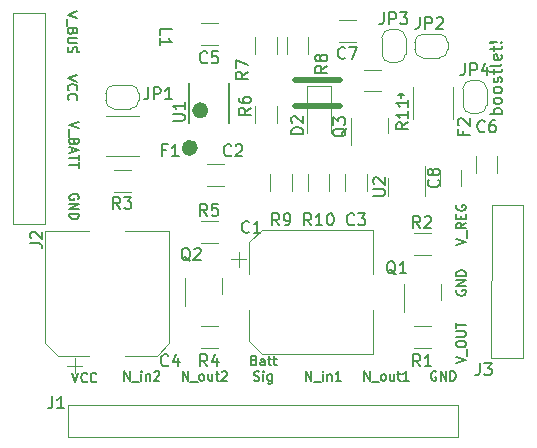
<source format=gto>
G04 #@! TF.GenerationSoftware,KiCad,Pcbnew,7.0.5-0*
G04 #@! TF.CreationDate,2024-02-05T02:53:32-05:00*
G04 #@! TF.ProjectId,boostlet,626f6f73-746c-4657-942e-6b696361645f,rev?*
G04 #@! TF.SameCoordinates,Original*
G04 #@! TF.FileFunction,Legend,Top*
G04 #@! TF.FilePolarity,Positive*
%FSLAX46Y46*%
G04 Gerber Fmt 4.6, Leading zero omitted, Abs format (unit mm)*
G04 Created by KiCad (PCBNEW 7.0.5-0) date 2024-02-05 02:53:32*
%MOMM*%
%LPD*%
G01*
G04 APERTURE LIST*
%ADD10C,0.150000*%
%ADD11C,0.175000*%
%ADD12C,0.500000*%
%ADD13C,0.707905*%
%ADD14C,0.120000*%
%ADD15C,0.152400*%
G04 APERTURE END LIST*
D10*
X134620000Y-87122000D02*
X134874000Y-87249000D01*
X134366000Y-87249000D02*
X134620000Y-87122000D01*
X134620000Y-87122000D02*
X134366000Y-87249000D01*
X134620000Y-87503000D02*
X134620000Y-87122000D01*
D11*
X107333004Y-89516190D02*
X106533004Y-89782857D01*
X106533004Y-89782857D02*
X107333004Y-90049523D01*
X106456814Y-90125714D02*
X106456814Y-90735237D01*
X106952052Y-91192380D02*
X106913957Y-91306666D01*
X106913957Y-91306666D02*
X106875861Y-91344761D01*
X106875861Y-91344761D02*
X106799671Y-91382857D01*
X106799671Y-91382857D02*
X106685385Y-91382857D01*
X106685385Y-91382857D02*
X106609195Y-91344761D01*
X106609195Y-91344761D02*
X106571100Y-91306666D01*
X106571100Y-91306666D02*
X106533004Y-91230476D01*
X106533004Y-91230476D02*
X106533004Y-90925714D01*
X106533004Y-90925714D02*
X107333004Y-90925714D01*
X107333004Y-90925714D02*
X107333004Y-91192380D01*
X107333004Y-91192380D02*
X107294909Y-91268571D01*
X107294909Y-91268571D02*
X107256814Y-91306666D01*
X107256814Y-91306666D02*
X107180623Y-91344761D01*
X107180623Y-91344761D02*
X107104433Y-91344761D01*
X107104433Y-91344761D02*
X107028242Y-91306666D01*
X107028242Y-91306666D02*
X106990147Y-91268571D01*
X106990147Y-91268571D02*
X106952052Y-91192380D01*
X106952052Y-91192380D02*
X106952052Y-90925714D01*
X106761576Y-91687618D02*
X106761576Y-92068571D01*
X106533004Y-91611428D02*
X107333004Y-91878095D01*
X107333004Y-91878095D02*
X106533004Y-92144761D01*
X107333004Y-92297142D02*
X107333004Y-92754285D01*
X106533004Y-92525713D02*
X107333004Y-92525713D01*
X107333004Y-92906666D02*
X107333004Y-93363809D01*
X106533004Y-93135237D02*
X107333004Y-93135237D01*
D12*
X125603000Y-85979000D02*
X129413000Y-85979000D01*
X125603000Y-88138000D02*
X129413000Y-88138000D01*
D13*
X117066952Y-91694000D02*
G75*
G03*
X117066952Y-91694000I-353952J0D01*
G01*
X117955952Y-88519000D02*
G75*
G03*
X117955952Y-88519000I-353952J0D01*
G01*
D11*
X107206004Y-85547333D02*
X106406004Y-85814000D01*
X106406004Y-85814000D02*
X107206004Y-86080666D01*
X106482195Y-86804476D02*
X106444100Y-86766380D01*
X106444100Y-86766380D02*
X106406004Y-86652095D01*
X106406004Y-86652095D02*
X106406004Y-86575904D01*
X106406004Y-86575904D02*
X106444100Y-86461618D01*
X106444100Y-86461618D02*
X106520290Y-86385428D01*
X106520290Y-86385428D02*
X106596480Y-86347333D01*
X106596480Y-86347333D02*
X106748861Y-86309237D01*
X106748861Y-86309237D02*
X106863147Y-86309237D01*
X106863147Y-86309237D02*
X107015528Y-86347333D01*
X107015528Y-86347333D02*
X107091719Y-86385428D01*
X107091719Y-86385428D02*
X107167909Y-86461618D01*
X107167909Y-86461618D02*
X107206004Y-86575904D01*
X107206004Y-86575904D02*
X107206004Y-86652095D01*
X107206004Y-86652095D02*
X107167909Y-86766380D01*
X107167909Y-86766380D02*
X107129814Y-86804476D01*
X106482195Y-87604476D02*
X106444100Y-87566380D01*
X106444100Y-87566380D02*
X106406004Y-87452095D01*
X106406004Y-87452095D02*
X106406004Y-87375904D01*
X106406004Y-87375904D02*
X106444100Y-87261618D01*
X106444100Y-87261618D02*
X106520290Y-87185428D01*
X106520290Y-87185428D02*
X106596480Y-87147333D01*
X106596480Y-87147333D02*
X106748861Y-87109237D01*
X106748861Y-87109237D02*
X106863147Y-87109237D01*
X106863147Y-87109237D02*
X107015528Y-87147333D01*
X107015528Y-87147333D02*
X107091719Y-87185428D01*
X107091719Y-87185428D02*
X107167909Y-87261618D01*
X107167909Y-87261618D02*
X107206004Y-87375904D01*
X107206004Y-87375904D02*
X107206004Y-87452095D01*
X107206004Y-87452095D02*
X107167909Y-87566380D01*
X107167909Y-87566380D02*
X107129814Y-87604476D01*
D10*
X143125819Y-88817220D02*
X142125819Y-88817220D01*
X142506771Y-88817220D02*
X142459152Y-88721982D01*
X142459152Y-88721982D02*
X142459152Y-88531506D01*
X142459152Y-88531506D02*
X142506771Y-88436268D01*
X142506771Y-88436268D02*
X142554390Y-88388649D01*
X142554390Y-88388649D02*
X142649628Y-88341030D01*
X142649628Y-88341030D02*
X142935342Y-88341030D01*
X142935342Y-88341030D02*
X143030580Y-88388649D01*
X143030580Y-88388649D02*
X143078200Y-88436268D01*
X143078200Y-88436268D02*
X143125819Y-88531506D01*
X143125819Y-88531506D02*
X143125819Y-88721982D01*
X143125819Y-88721982D02*
X143078200Y-88817220D01*
X143125819Y-87769601D02*
X143078200Y-87864839D01*
X143078200Y-87864839D02*
X143030580Y-87912458D01*
X143030580Y-87912458D02*
X142935342Y-87960077D01*
X142935342Y-87960077D02*
X142649628Y-87960077D01*
X142649628Y-87960077D02*
X142554390Y-87912458D01*
X142554390Y-87912458D02*
X142506771Y-87864839D01*
X142506771Y-87864839D02*
X142459152Y-87769601D01*
X142459152Y-87769601D02*
X142459152Y-87626744D01*
X142459152Y-87626744D02*
X142506771Y-87531506D01*
X142506771Y-87531506D02*
X142554390Y-87483887D01*
X142554390Y-87483887D02*
X142649628Y-87436268D01*
X142649628Y-87436268D02*
X142935342Y-87436268D01*
X142935342Y-87436268D02*
X143030580Y-87483887D01*
X143030580Y-87483887D02*
X143078200Y-87531506D01*
X143078200Y-87531506D02*
X143125819Y-87626744D01*
X143125819Y-87626744D02*
X143125819Y-87769601D01*
X143125819Y-86864839D02*
X143078200Y-86960077D01*
X143078200Y-86960077D02*
X143030580Y-87007696D01*
X143030580Y-87007696D02*
X142935342Y-87055315D01*
X142935342Y-87055315D02*
X142649628Y-87055315D01*
X142649628Y-87055315D02*
X142554390Y-87007696D01*
X142554390Y-87007696D02*
X142506771Y-86960077D01*
X142506771Y-86960077D02*
X142459152Y-86864839D01*
X142459152Y-86864839D02*
X142459152Y-86721982D01*
X142459152Y-86721982D02*
X142506771Y-86626744D01*
X142506771Y-86626744D02*
X142554390Y-86579125D01*
X142554390Y-86579125D02*
X142649628Y-86531506D01*
X142649628Y-86531506D02*
X142935342Y-86531506D01*
X142935342Y-86531506D02*
X143030580Y-86579125D01*
X143030580Y-86579125D02*
X143078200Y-86626744D01*
X143078200Y-86626744D02*
X143125819Y-86721982D01*
X143125819Y-86721982D02*
X143125819Y-86864839D01*
X143078200Y-86150553D02*
X143125819Y-86055315D01*
X143125819Y-86055315D02*
X143125819Y-85864839D01*
X143125819Y-85864839D02*
X143078200Y-85769601D01*
X143078200Y-85769601D02*
X142982961Y-85721982D01*
X142982961Y-85721982D02*
X142935342Y-85721982D01*
X142935342Y-85721982D02*
X142840104Y-85769601D01*
X142840104Y-85769601D02*
X142792485Y-85864839D01*
X142792485Y-85864839D02*
X142792485Y-86007696D01*
X142792485Y-86007696D02*
X142744866Y-86102934D01*
X142744866Y-86102934D02*
X142649628Y-86150553D01*
X142649628Y-86150553D02*
X142602009Y-86150553D01*
X142602009Y-86150553D02*
X142506771Y-86102934D01*
X142506771Y-86102934D02*
X142459152Y-86007696D01*
X142459152Y-86007696D02*
X142459152Y-85864839D01*
X142459152Y-85864839D02*
X142506771Y-85769601D01*
X142459152Y-85436267D02*
X142459152Y-85055315D01*
X142125819Y-85293410D02*
X142982961Y-85293410D01*
X142982961Y-85293410D02*
X143078200Y-85245791D01*
X143078200Y-85245791D02*
X143125819Y-85150553D01*
X143125819Y-85150553D02*
X143125819Y-85055315D01*
X143125819Y-84579124D02*
X143078200Y-84674362D01*
X143078200Y-84674362D02*
X142982961Y-84721981D01*
X142982961Y-84721981D02*
X142125819Y-84721981D01*
X143078200Y-83817219D02*
X143125819Y-83912457D01*
X143125819Y-83912457D02*
X143125819Y-84102933D01*
X143125819Y-84102933D02*
X143078200Y-84198171D01*
X143078200Y-84198171D02*
X142982961Y-84245790D01*
X142982961Y-84245790D02*
X142602009Y-84245790D01*
X142602009Y-84245790D02*
X142506771Y-84198171D01*
X142506771Y-84198171D02*
X142459152Y-84102933D01*
X142459152Y-84102933D02*
X142459152Y-83912457D01*
X142459152Y-83912457D02*
X142506771Y-83817219D01*
X142506771Y-83817219D02*
X142602009Y-83769600D01*
X142602009Y-83769600D02*
X142697247Y-83769600D01*
X142697247Y-83769600D02*
X142792485Y-84245790D01*
X142459152Y-83483885D02*
X142459152Y-83102933D01*
X142125819Y-83341028D02*
X142982961Y-83341028D01*
X142982961Y-83341028D02*
X143078200Y-83293409D01*
X143078200Y-83293409D02*
X143125819Y-83198171D01*
X143125819Y-83198171D02*
X143125819Y-83102933D01*
X143030580Y-82769599D02*
X143078200Y-82721980D01*
X143078200Y-82721980D02*
X143125819Y-82769599D01*
X143125819Y-82769599D02*
X143078200Y-82817218D01*
X143078200Y-82817218D02*
X143030580Y-82769599D01*
X143030580Y-82769599D02*
X143125819Y-82769599D01*
X142744866Y-82769599D02*
X142173438Y-82817218D01*
X142173438Y-82817218D02*
X142125819Y-82769599D01*
X142125819Y-82769599D02*
X142173438Y-82721980D01*
X142173438Y-82721980D02*
X142744866Y-82769599D01*
X142744866Y-82769599D02*
X142125819Y-82769599D01*
D11*
X139300995Y-109918285D02*
X140100995Y-109651618D01*
X140100995Y-109651618D02*
X139300995Y-109384952D01*
X140177185Y-109308762D02*
X140177185Y-108699238D01*
X139300995Y-108356380D02*
X139300995Y-108203999D01*
X139300995Y-108203999D02*
X139339090Y-108127809D01*
X139339090Y-108127809D02*
X139415280Y-108051618D01*
X139415280Y-108051618D02*
X139567661Y-108013523D01*
X139567661Y-108013523D02*
X139834328Y-108013523D01*
X139834328Y-108013523D02*
X139986709Y-108051618D01*
X139986709Y-108051618D02*
X140062900Y-108127809D01*
X140062900Y-108127809D02*
X140100995Y-108203999D01*
X140100995Y-108203999D02*
X140100995Y-108356380D01*
X140100995Y-108356380D02*
X140062900Y-108432571D01*
X140062900Y-108432571D02*
X139986709Y-108508761D01*
X139986709Y-108508761D02*
X139834328Y-108546857D01*
X139834328Y-108546857D02*
X139567661Y-108546857D01*
X139567661Y-108546857D02*
X139415280Y-108508761D01*
X139415280Y-108508761D02*
X139339090Y-108432571D01*
X139339090Y-108432571D02*
X139300995Y-108356380D01*
X139300995Y-107670666D02*
X139948614Y-107670666D01*
X139948614Y-107670666D02*
X140024804Y-107632571D01*
X140024804Y-107632571D02*
X140062900Y-107594476D01*
X140062900Y-107594476D02*
X140100995Y-107518285D01*
X140100995Y-107518285D02*
X140100995Y-107365904D01*
X140100995Y-107365904D02*
X140062900Y-107289714D01*
X140062900Y-107289714D02*
X140024804Y-107251619D01*
X140024804Y-107251619D02*
X139948614Y-107213523D01*
X139948614Y-107213523D02*
X139300995Y-107213523D01*
X139300995Y-106946857D02*
X139300995Y-106489714D01*
X140100995Y-106718286D02*
X139300995Y-106718286D01*
X139300995Y-99904333D02*
X140100995Y-99637666D01*
X140100995Y-99637666D02*
X139300995Y-99371000D01*
X140177185Y-99294810D02*
X140177185Y-98685286D01*
X140100995Y-98037666D02*
X139720042Y-98304333D01*
X140100995Y-98494809D02*
X139300995Y-98494809D01*
X139300995Y-98494809D02*
X139300995Y-98190047D01*
X139300995Y-98190047D02*
X139339090Y-98113857D01*
X139339090Y-98113857D02*
X139377185Y-98075762D01*
X139377185Y-98075762D02*
X139453376Y-98037666D01*
X139453376Y-98037666D02*
X139567661Y-98037666D01*
X139567661Y-98037666D02*
X139643852Y-98075762D01*
X139643852Y-98075762D02*
X139681947Y-98113857D01*
X139681947Y-98113857D02*
X139720042Y-98190047D01*
X139720042Y-98190047D02*
X139720042Y-98494809D01*
X139681947Y-97694809D02*
X139681947Y-97428143D01*
X140100995Y-97313857D02*
X140100995Y-97694809D01*
X140100995Y-97694809D02*
X139300995Y-97694809D01*
X139300995Y-97694809D02*
X139300995Y-97313857D01*
X139339090Y-96551952D02*
X139300995Y-96628142D01*
X139300995Y-96628142D02*
X139300995Y-96742428D01*
X139300995Y-96742428D02*
X139339090Y-96856714D01*
X139339090Y-96856714D02*
X139415280Y-96932904D01*
X139415280Y-96932904D02*
X139491471Y-96970999D01*
X139491471Y-96970999D02*
X139643852Y-97009095D01*
X139643852Y-97009095D02*
X139758138Y-97009095D01*
X139758138Y-97009095D02*
X139910519Y-96970999D01*
X139910519Y-96970999D02*
X139986709Y-96932904D01*
X139986709Y-96932904D02*
X140062900Y-96856714D01*
X140062900Y-96856714D02*
X140100995Y-96742428D01*
X140100995Y-96742428D02*
X140100995Y-96666237D01*
X140100995Y-96666237D02*
X140062900Y-96551952D01*
X140062900Y-96551952D02*
X140024804Y-96513856D01*
X140024804Y-96513856D02*
X139758138Y-96513856D01*
X139758138Y-96513856D02*
X139758138Y-96666237D01*
X111182333Y-111398995D02*
X111182333Y-110598995D01*
X111182333Y-110598995D02*
X111639476Y-111398995D01*
X111639476Y-111398995D02*
X111639476Y-110598995D01*
X111829952Y-111475185D02*
X112439475Y-111475185D01*
X112629952Y-111398995D02*
X112629952Y-110865661D01*
X112629952Y-110598995D02*
X112591856Y-110637090D01*
X112591856Y-110637090D02*
X112629952Y-110675185D01*
X112629952Y-110675185D02*
X112668047Y-110637090D01*
X112668047Y-110637090D02*
X112629952Y-110598995D01*
X112629952Y-110598995D02*
X112629952Y-110675185D01*
X113010904Y-110865661D02*
X113010904Y-111398995D01*
X113010904Y-110941852D02*
X113048999Y-110903757D01*
X113048999Y-110903757D02*
X113125189Y-110865661D01*
X113125189Y-110865661D02*
X113239475Y-110865661D01*
X113239475Y-110865661D02*
X113315666Y-110903757D01*
X113315666Y-110903757D02*
X113353761Y-110979947D01*
X113353761Y-110979947D02*
X113353761Y-111398995D01*
X113696618Y-110675185D02*
X113734714Y-110637090D01*
X113734714Y-110637090D02*
X113810904Y-110598995D01*
X113810904Y-110598995D02*
X114001380Y-110598995D01*
X114001380Y-110598995D02*
X114077571Y-110637090D01*
X114077571Y-110637090D02*
X114115666Y-110675185D01*
X114115666Y-110675185D02*
X114153761Y-110751376D01*
X114153761Y-110751376D02*
X114153761Y-110827566D01*
X114153761Y-110827566D02*
X114115666Y-110941852D01*
X114115666Y-110941852D02*
X113658523Y-111398995D01*
X113658523Y-111398995D02*
X114153761Y-111398995D01*
X106756333Y-110725995D02*
X107023000Y-111525995D01*
X107023000Y-111525995D02*
X107289666Y-110725995D01*
X108013476Y-111449804D02*
X107975380Y-111487900D01*
X107975380Y-111487900D02*
X107861095Y-111525995D01*
X107861095Y-111525995D02*
X107784904Y-111525995D01*
X107784904Y-111525995D02*
X107670618Y-111487900D01*
X107670618Y-111487900D02*
X107594428Y-111411709D01*
X107594428Y-111411709D02*
X107556333Y-111335519D01*
X107556333Y-111335519D02*
X107518237Y-111183138D01*
X107518237Y-111183138D02*
X107518237Y-111068852D01*
X107518237Y-111068852D02*
X107556333Y-110916471D01*
X107556333Y-110916471D02*
X107594428Y-110840280D01*
X107594428Y-110840280D02*
X107670618Y-110764090D01*
X107670618Y-110764090D02*
X107784904Y-110725995D01*
X107784904Y-110725995D02*
X107861095Y-110725995D01*
X107861095Y-110725995D02*
X107975380Y-110764090D01*
X107975380Y-110764090D02*
X108013476Y-110802185D01*
X108813476Y-111449804D02*
X108775380Y-111487900D01*
X108775380Y-111487900D02*
X108661095Y-111525995D01*
X108661095Y-111525995D02*
X108584904Y-111525995D01*
X108584904Y-111525995D02*
X108470618Y-111487900D01*
X108470618Y-111487900D02*
X108394428Y-111411709D01*
X108394428Y-111411709D02*
X108356333Y-111335519D01*
X108356333Y-111335519D02*
X108318237Y-111183138D01*
X108318237Y-111183138D02*
X108318237Y-111068852D01*
X108318237Y-111068852D02*
X108356333Y-110916471D01*
X108356333Y-110916471D02*
X108394428Y-110840280D01*
X108394428Y-110840280D02*
X108470618Y-110764090D01*
X108470618Y-110764090D02*
X108584904Y-110725995D01*
X108584904Y-110725995D02*
X108661095Y-110725995D01*
X108661095Y-110725995D02*
X108775380Y-110764090D01*
X108775380Y-110764090D02*
X108813476Y-110802185D01*
X122174094Y-109691947D02*
X122288380Y-109730042D01*
X122288380Y-109730042D02*
X122326475Y-109768138D01*
X122326475Y-109768138D02*
X122364571Y-109844328D01*
X122364571Y-109844328D02*
X122364571Y-109958614D01*
X122364571Y-109958614D02*
X122326475Y-110034804D01*
X122326475Y-110034804D02*
X122288380Y-110072900D01*
X122288380Y-110072900D02*
X122212190Y-110110995D01*
X122212190Y-110110995D02*
X121907428Y-110110995D01*
X121907428Y-110110995D02*
X121907428Y-109310995D01*
X121907428Y-109310995D02*
X122174094Y-109310995D01*
X122174094Y-109310995D02*
X122250285Y-109349090D01*
X122250285Y-109349090D02*
X122288380Y-109387185D01*
X122288380Y-109387185D02*
X122326475Y-109463376D01*
X122326475Y-109463376D02*
X122326475Y-109539566D01*
X122326475Y-109539566D02*
X122288380Y-109615757D01*
X122288380Y-109615757D02*
X122250285Y-109653852D01*
X122250285Y-109653852D02*
X122174094Y-109691947D01*
X122174094Y-109691947D02*
X121907428Y-109691947D01*
X123050285Y-110110995D02*
X123050285Y-109691947D01*
X123050285Y-109691947D02*
X123012190Y-109615757D01*
X123012190Y-109615757D02*
X122935999Y-109577661D01*
X122935999Y-109577661D02*
X122783618Y-109577661D01*
X122783618Y-109577661D02*
X122707428Y-109615757D01*
X123050285Y-110072900D02*
X122974094Y-110110995D01*
X122974094Y-110110995D02*
X122783618Y-110110995D01*
X122783618Y-110110995D02*
X122707428Y-110072900D01*
X122707428Y-110072900D02*
X122669332Y-109996709D01*
X122669332Y-109996709D02*
X122669332Y-109920519D01*
X122669332Y-109920519D02*
X122707428Y-109844328D01*
X122707428Y-109844328D02*
X122783618Y-109806233D01*
X122783618Y-109806233D02*
X122974094Y-109806233D01*
X122974094Y-109806233D02*
X123050285Y-109768138D01*
X123316952Y-109577661D02*
X123621714Y-109577661D01*
X123431238Y-109310995D02*
X123431238Y-109996709D01*
X123431238Y-109996709D02*
X123469333Y-110072900D01*
X123469333Y-110072900D02*
X123545523Y-110110995D01*
X123545523Y-110110995D02*
X123621714Y-110110995D01*
X123774095Y-109577661D02*
X124078857Y-109577661D01*
X123888381Y-109310995D02*
X123888381Y-109996709D01*
X123888381Y-109996709D02*
X123926476Y-110072900D01*
X123926476Y-110072900D02*
X124002666Y-110110995D01*
X124002666Y-110110995D02*
X124078857Y-110110995D01*
X122155047Y-111360900D02*
X122269333Y-111398995D01*
X122269333Y-111398995D02*
X122459809Y-111398995D01*
X122459809Y-111398995D02*
X122536000Y-111360900D01*
X122536000Y-111360900D02*
X122574095Y-111322804D01*
X122574095Y-111322804D02*
X122612190Y-111246614D01*
X122612190Y-111246614D02*
X122612190Y-111170423D01*
X122612190Y-111170423D02*
X122574095Y-111094233D01*
X122574095Y-111094233D02*
X122536000Y-111056138D01*
X122536000Y-111056138D02*
X122459809Y-111018042D01*
X122459809Y-111018042D02*
X122307428Y-110979947D01*
X122307428Y-110979947D02*
X122231238Y-110941852D01*
X122231238Y-110941852D02*
X122193143Y-110903757D01*
X122193143Y-110903757D02*
X122155047Y-110827566D01*
X122155047Y-110827566D02*
X122155047Y-110751376D01*
X122155047Y-110751376D02*
X122193143Y-110675185D01*
X122193143Y-110675185D02*
X122231238Y-110637090D01*
X122231238Y-110637090D02*
X122307428Y-110598995D01*
X122307428Y-110598995D02*
X122497905Y-110598995D01*
X122497905Y-110598995D02*
X122612190Y-110637090D01*
X122955048Y-111398995D02*
X122955048Y-110865661D01*
X122955048Y-110598995D02*
X122916952Y-110637090D01*
X122916952Y-110637090D02*
X122955048Y-110675185D01*
X122955048Y-110675185D02*
X122993143Y-110637090D01*
X122993143Y-110637090D02*
X122955048Y-110598995D01*
X122955048Y-110598995D02*
X122955048Y-110675185D01*
X123678857Y-110865661D02*
X123678857Y-111513280D01*
X123678857Y-111513280D02*
X123640762Y-111589471D01*
X123640762Y-111589471D02*
X123602666Y-111627566D01*
X123602666Y-111627566D02*
X123526476Y-111665661D01*
X123526476Y-111665661D02*
X123412190Y-111665661D01*
X123412190Y-111665661D02*
X123336000Y-111627566D01*
X123678857Y-111360900D02*
X123602666Y-111398995D01*
X123602666Y-111398995D02*
X123450285Y-111398995D01*
X123450285Y-111398995D02*
X123374095Y-111360900D01*
X123374095Y-111360900D02*
X123336000Y-111322804D01*
X123336000Y-111322804D02*
X123297904Y-111246614D01*
X123297904Y-111246614D02*
X123297904Y-111018042D01*
X123297904Y-111018042D02*
X123336000Y-110941852D01*
X123336000Y-110941852D02*
X123374095Y-110903757D01*
X123374095Y-110903757D02*
X123450285Y-110865661D01*
X123450285Y-110865661D02*
X123602666Y-110865661D01*
X123602666Y-110865661D02*
X123678857Y-110903757D01*
X137566476Y-110637090D02*
X137490286Y-110598995D01*
X137490286Y-110598995D02*
X137376000Y-110598995D01*
X137376000Y-110598995D02*
X137261714Y-110637090D01*
X137261714Y-110637090D02*
X137185524Y-110713280D01*
X137185524Y-110713280D02*
X137147429Y-110789471D01*
X137147429Y-110789471D02*
X137109333Y-110941852D01*
X137109333Y-110941852D02*
X137109333Y-111056138D01*
X137109333Y-111056138D02*
X137147429Y-111208519D01*
X137147429Y-111208519D02*
X137185524Y-111284709D01*
X137185524Y-111284709D02*
X137261714Y-111360900D01*
X137261714Y-111360900D02*
X137376000Y-111398995D01*
X137376000Y-111398995D02*
X137452191Y-111398995D01*
X137452191Y-111398995D02*
X137566476Y-111360900D01*
X137566476Y-111360900D02*
X137604572Y-111322804D01*
X137604572Y-111322804D02*
X137604572Y-111056138D01*
X137604572Y-111056138D02*
X137452191Y-111056138D01*
X137947429Y-111398995D02*
X137947429Y-110598995D01*
X137947429Y-110598995D02*
X138404572Y-111398995D01*
X138404572Y-111398995D02*
X138404572Y-110598995D01*
X138785524Y-111398995D02*
X138785524Y-110598995D01*
X138785524Y-110598995D02*
X138976000Y-110598995D01*
X138976000Y-110598995D02*
X139090286Y-110637090D01*
X139090286Y-110637090D02*
X139166476Y-110713280D01*
X139166476Y-110713280D02*
X139204571Y-110789471D01*
X139204571Y-110789471D02*
X139242667Y-110941852D01*
X139242667Y-110941852D02*
X139242667Y-111056138D01*
X139242667Y-111056138D02*
X139204571Y-111208519D01*
X139204571Y-111208519D02*
X139166476Y-111284709D01*
X139166476Y-111284709D02*
X139090286Y-111360900D01*
X139090286Y-111360900D02*
X138976000Y-111398995D01*
X138976000Y-111398995D02*
X138785524Y-111398995D01*
X131483333Y-111398995D02*
X131483333Y-110598995D01*
X131483333Y-110598995D02*
X131940476Y-111398995D01*
X131940476Y-111398995D02*
X131940476Y-110598995D01*
X132130952Y-111475185D02*
X132740475Y-111475185D01*
X133045237Y-111398995D02*
X132969047Y-111360900D01*
X132969047Y-111360900D02*
X132930952Y-111322804D01*
X132930952Y-111322804D02*
X132892856Y-111246614D01*
X132892856Y-111246614D02*
X132892856Y-111018042D01*
X132892856Y-111018042D02*
X132930952Y-110941852D01*
X132930952Y-110941852D02*
X132969047Y-110903757D01*
X132969047Y-110903757D02*
X133045237Y-110865661D01*
X133045237Y-110865661D02*
X133159523Y-110865661D01*
X133159523Y-110865661D02*
X133235714Y-110903757D01*
X133235714Y-110903757D02*
X133273809Y-110941852D01*
X133273809Y-110941852D02*
X133311904Y-111018042D01*
X133311904Y-111018042D02*
X133311904Y-111246614D01*
X133311904Y-111246614D02*
X133273809Y-111322804D01*
X133273809Y-111322804D02*
X133235714Y-111360900D01*
X133235714Y-111360900D02*
X133159523Y-111398995D01*
X133159523Y-111398995D02*
X133045237Y-111398995D01*
X133997619Y-110865661D02*
X133997619Y-111398995D01*
X133654762Y-110865661D02*
X133654762Y-111284709D01*
X133654762Y-111284709D02*
X133692857Y-111360900D01*
X133692857Y-111360900D02*
X133769047Y-111398995D01*
X133769047Y-111398995D02*
X133883333Y-111398995D01*
X133883333Y-111398995D02*
X133959524Y-111360900D01*
X133959524Y-111360900D02*
X133997619Y-111322804D01*
X134264286Y-110865661D02*
X134569048Y-110865661D01*
X134378572Y-110598995D02*
X134378572Y-111284709D01*
X134378572Y-111284709D02*
X134416667Y-111360900D01*
X134416667Y-111360900D02*
X134492857Y-111398995D01*
X134492857Y-111398995D02*
X134569048Y-111398995D01*
X135254762Y-111398995D02*
X134797619Y-111398995D01*
X135026191Y-111398995D02*
X135026191Y-110598995D01*
X135026191Y-110598995D02*
X134950000Y-110713280D01*
X134950000Y-110713280D02*
X134873810Y-110789471D01*
X134873810Y-110789471D02*
X134797619Y-110827566D01*
X139339090Y-103733523D02*
X139300995Y-103809713D01*
X139300995Y-103809713D02*
X139300995Y-103923999D01*
X139300995Y-103923999D02*
X139339090Y-104038285D01*
X139339090Y-104038285D02*
X139415280Y-104114475D01*
X139415280Y-104114475D02*
X139491471Y-104152570D01*
X139491471Y-104152570D02*
X139643852Y-104190666D01*
X139643852Y-104190666D02*
X139758138Y-104190666D01*
X139758138Y-104190666D02*
X139910519Y-104152570D01*
X139910519Y-104152570D02*
X139986709Y-104114475D01*
X139986709Y-104114475D02*
X140062900Y-104038285D01*
X140062900Y-104038285D02*
X140100995Y-103923999D01*
X140100995Y-103923999D02*
X140100995Y-103847808D01*
X140100995Y-103847808D02*
X140062900Y-103733523D01*
X140062900Y-103733523D02*
X140024804Y-103695427D01*
X140024804Y-103695427D02*
X139758138Y-103695427D01*
X139758138Y-103695427D02*
X139758138Y-103847808D01*
X140100995Y-103352570D02*
X139300995Y-103352570D01*
X139300995Y-103352570D02*
X140100995Y-102895427D01*
X140100995Y-102895427D02*
X139300995Y-102895427D01*
X140100995Y-102514475D02*
X139300995Y-102514475D01*
X139300995Y-102514475D02*
X139300995Y-102323999D01*
X139300995Y-102323999D02*
X139339090Y-102209713D01*
X139339090Y-102209713D02*
X139415280Y-102133523D01*
X139415280Y-102133523D02*
X139491471Y-102095428D01*
X139491471Y-102095428D02*
X139643852Y-102057332D01*
X139643852Y-102057332D02*
X139758138Y-102057332D01*
X139758138Y-102057332D02*
X139910519Y-102095428D01*
X139910519Y-102095428D02*
X139986709Y-102133523D01*
X139986709Y-102133523D02*
X140062900Y-102209713D01*
X140062900Y-102209713D02*
X140100995Y-102323999D01*
X140100995Y-102323999D02*
X140100995Y-102514475D01*
X107206004Y-80143571D02*
X106406004Y-80410238D01*
X106406004Y-80410238D02*
X107206004Y-80676904D01*
X106329814Y-80753095D02*
X106329814Y-81362618D01*
X106825052Y-81819761D02*
X106786957Y-81934047D01*
X106786957Y-81934047D02*
X106748861Y-81972142D01*
X106748861Y-81972142D02*
X106672671Y-82010238D01*
X106672671Y-82010238D02*
X106558385Y-82010238D01*
X106558385Y-82010238D02*
X106482195Y-81972142D01*
X106482195Y-81972142D02*
X106444100Y-81934047D01*
X106444100Y-81934047D02*
X106406004Y-81857857D01*
X106406004Y-81857857D02*
X106406004Y-81553095D01*
X106406004Y-81553095D02*
X107206004Y-81553095D01*
X107206004Y-81553095D02*
X107206004Y-81819761D01*
X107206004Y-81819761D02*
X107167909Y-81895952D01*
X107167909Y-81895952D02*
X107129814Y-81934047D01*
X107129814Y-81934047D02*
X107053623Y-81972142D01*
X107053623Y-81972142D02*
X106977433Y-81972142D01*
X106977433Y-81972142D02*
X106901242Y-81934047D01*
X106901242Y-81934047D02*
X106863147Y-81895952D01*
X106863147Y-81895952D02*
X106825052Y-81819761D01*
X106825052Y-81819761D02*
X106825052Y-81553095D01*
X107206004Y-82353095D02*
X106558385Y-82353095D01*
X106558385Y-82353095D02*
X106482195Y-82391190D01*
X106482195Y-82391190D02*
X106444100Y-82429285D01*
X106444100Y-82429285D02*
X106406004Y-82505476D01*
X106406004Y-82505476D02*
X106406004Y-82657857D01*
X106406004Y-82657857D02*
X106444100Y-82734047D01*
X106444100Y-82734047D02*
X106482195Y-82772142D01*
X106482195Y-82772142D02*
X106558385Y-82810238D01*
X106558385Y-82810238D02*
X107206004Y-82810238D01*
X106444100Y-83153094D02*
X106406004Y-83267380D01*
X106406004Y-83267380D02*
X106406004Y-83457856D01*
X106406004Y-83457856D02*
X106444100Y-83534047D01*
X106444100Y-83534047D02*
X106482195Y-83572142D01*
X106482195Y-83572142D02*
X106558385Y-83610237D01*
X106558385Y-83610237D02*
X106634576Y-83610237D01*
X106634576Y-83610237D02*
X106710766Y-83572142D01*
X106710766Y-83572142D02*
X106748861Y-83534047D01*
X106748861Y-83534047D02*
X106786957Y-83457856D01*
X106786957Y-83457856D02*
X106825052Y-83305475D01*
X106825052Y-83305475D02*
X106863147Y-83229285D01*
X106863147Y-83229285D02*
X106901242Y-83191190D01*
X106901242Y-83191190D02*
X106977433Y-83153094D01*
X106977433Y-83153094D02*
X107053623Y-83153094D01*
X107053623Y-83153094D02*
X107129814Y-83191190D01*
X107129814Y-83191190D02*
X107167909Y-83229285D01*
X107167909Y-83229285D02*
X107206004Y-83305475D01*
X107206004Y-83305475D02*
X107206004Y-83495952D01*
X107206004Y-83495952D02*
X107167909Y-83610237D01*
X126549333Y-111398995D02*
X126549333Y-110598995D01*
X126549333Y-110598995D02*
X127006476Y-111398995D01*
X127006476Y-111398995D02*
X127006476Y-110598995D01*
X127196952Y-111475185D02*
X127806475Y-111475185D01*
X127996952Y-111398995D02*
X127996952Y-110865661D01*
X127996952Y-110598995D02*
X127958856Y-110637090D01*
X127958856Y-110637090D02*
X127996952Y-110675185D01*
X127996952Y-110675185D02*
X128035047Y-110637090D01*
X128035047Y-110637090D02*
X127996952Y-110598995D01*
X127996952Y-110598995D02*
X127996952Y-110675185D01*
X128377904Y-110865661D02*
X128377904Y-111398995D01*
X128377904Y-110941852D02*
X128415999Y-110903757D01*
X128415999Y-110903757D02*
X128492189Y-110865661D01*
X128492189Y-110865661D02*
X128606475Y-110865661D01*
X128606475Y-110865661D02*
X128682666Y-110903757D01*
X128682666Y-110903757D02*
X128720761Y-110979947D01*
X128720761Y-110979947D02*
X128720761Y-111398995D01*
X129520761Y-111398995D02*
X129063618Y-111398995D01*
X129292190Y-111398995D02*
X129292190Y-110598995D01*
X129292190Y-110598995D02*
X129215999Y-110713280D01*
X129215999Y-110713280D02*
X129139809Y-110789471D01*
X129139809Y-110789471D02*
X129063618Y-110827566D01*
X107294909Y-96037476D02*
X107333004Y-95961286D01*
X107333004Y-95961286D02*
X107333004Y-95847000D01*
X107333004Y-95847000D02*
X107294909Y-95732714D01*
X107294909Y-95732714D02*
X107218719Y-95656524D01*
X107218719Y-95656524D02*
X107142528Y-95618429D01*
X107142528Y-95618429D02*
X106990147Y-95580333D01*
X106990147Y-95580333D02*
X106875861Y-95580333D01*
X106875861Y-95580333D02*
X106723480Y-95618429D01*
X106723480Y-95618429D02*
X106647290Y-95656524D01*
X106647290Y-95656524D02*
X106571100Y-95732714D01*
X106571100Y-95732714D02*
X106533004Y-95847000D01*
X106533004Y-95847000D02*
X106533004Y-95923191D01*
X106533004Y-95923191D02*
X106571100Y-96037476D01*
X106571100Y-96037476D02*
X106609195Y-96075572D01*
X106609195Y-96075572D02*
X106875861Y-96075572D01*
X106875861Y-96075572D02*
X106875861Y-95923191D01*
X106533004Y-96418429D02*
X107333004Y-96418429D01*
X107333004Y-96418429D02*
X106533004Y-96875572D01*
X106533004Y-96875572D02*
X107333004Y-96875572D01*
X106533004Y-97256524D02*
X107333004Y-97256524D01*
X107333004Y-97256524D02*
X107333004Y-97447000D01*
X107333004Y-97447000D02*
X107294909Y-97561286D01*
X107294909Y-97561286D02*
X107218719Y-97637476D01*
X107218719Y-97637476D02*
X107142528Y-97675571D01*
X107142528Y-97675571D02*
X106990147Y-97713667D01*
X106990147Y-97713667D02*
X106875861Y-97713667D01*
X106875861Y-97713667D02*
X106723480Y-97675571D01*
X106723480Y-97675571D02*
X106647290Y-97637476D01*
X106647290Y-97637476D02*
X106571100Y-97561286D01*
X106571100Y-97561286D02*
X106533004Y-97447000D01*
X106533004Y-97447000D02*
X106533004Y-97256524D01*
X116116333Y-111398995D02*
X116116333Y-110598995D01*
X116116333Y-110598995D02*
X116573476Y-111398995D01*
X116573476Y-111398995D02*
X116573476Y-110598995D01*
X116763952Y-111475185D02*
X117373475Y-111475185D01*
X117678237Y-111398995D02*
X117602047Y-111360900D01*
X117602047Y-111360900D02*
X117563952Y-111322804D01*
X117563952Y-111322804D02*
X117525856Y-111246614D01*
X117525856Y-111246614D02*
X117525856Y-111018042D01*
X117525856Y-111018042D02*
X117563952Y-110941852D01*
X117563952Y-110941852D02*
X117602047Y-110903757D01*
X117602047Y-110903757D02*
X117678237Y-110865661D01*
X117678237Y-110865661D02*
X117792523Y-110865661D01*
X117792523Y-110865661D02*
X117868714Y-110903757D01*
X117868714Y-110903757D02*
X117906809Y-110941852D01*
X117906809Y-110941852D02*
X117944904Y-111018042D01*
X117944904Y-111018042D02*
X117944904Y-111246614D01*
X117944904Y-111246614D02*
X117906809Y-111322804D01*
X117906809Y-111322804D02*
X117868714Y-111360900D01*
X117868714Y-111360900D02*
X117792523Y-111398995D01*
X117792523Y-111398995D02*
X117678237Y-111398995D01*
X118630619Y-110865661D02*
X118630619Y-111398995D01*
X118287762Y-110865661D02*
X118287762Y-111284709D01*
X118287762Y-111284709D02*
X118325857Y-111360900D01*
X118325857Y-111360900D02*
X118402047Y-111398995D01*
X118402047Y-111398995D02*
X118516333Y-111398995D01*
X118516333Y-111398995D02*
X118592524Y-111360900D01*
X118592524Y-111360900D02*
X118630619Y-111322804D01*
X118897286Y-110865661D02*
X119202048Y-110865661D01*
X119011572Y-110598995D02*
X119011572Y-111284709D01*
X119011572Y-111284709D02*
X119049667Y-111360900D01*
X119049667Y-111360900D02*
X119125857Y-111398995D01*
X119125857Y-111398995D02*
X119202048Y-111398995D01*
X119430619Y-110675185D02*
X119468715Y-110637090D01*
X119468715Y-110637090D02*
X119544905Y-110598995D01*
X119544905Y-110598995D02*
X119735381Y-110598995D01*
X119735381Y-110598995D02*
X119811572Y-110637090D01*
X119811572Y-110637090D02*
X119849667Y-110675185D01*
X119849667Y-110675185D02*
X119887762Y-110751376D01*
X119887762Y-110751376D02*
X119887762Y-110827566D01*
X119887762Y-110827566D02*
X119849667Y-110941852D01*
X119849667Y-110941852D02*
X119392524Y-111398995D01*
X119392524Y-111398995D02*
X119887762Y-111398995D01*
D10*
G04 #@! TO.C,J1*
X105076666Y-112738819D02*
X105076666Y-113453104D01*
X105076666Y-113453104D02*
X105029047Y-113595961D01*
X105029047Y-113595961D02*
X104933809Y-113691200D01*
X104933809Y-113691200D02*
X104790952Y-113738819D01*
X104790952Y-113738819D02*
X104695714Y-113738819D01*
X106076666Y-113738819D02*
X105505238Y-113738819D01*
X105790952Y-113738819D02*
X105790952Y-112738819D01*
X105790952Y-112738819D02*
X105695714Y-112881676D01*
X105695714Y-112881676D02*
X105600476Y-112976914D01*
X105600476Y-112976914D02*
X105505238Y-113024533D01*
G04 #@! TO.C,L1*
X114226180Y-82129333D02*
X114226180Y-81653143D01*
X114226180Y-81653143D02*
X115226180Y-81653143D01*
X114226180Y-82986476D02*
X114226180Y-82415048D01*
X114226180Y-82700762D02*
X115226180Y-82700762D01*
X115226180Y-82700762D02*
X115083323Y-82605524D01*
X115083323Y-82605524D02*
X114988085Y-82510286D01*
X114988085Y-82510286D02*
X114940466Y-82415048D01*
G04 #@! TO.C,J3*
X141271666Y-109944819D02*
X141271666Y-110659104D01*
X141271666Y-110659104D02*
X141224047Y-110801961D01*
X141224047Y-110801961D02*
X141128809Y-110897200D01*
X141128809Y-110897200D02*
X140985952Y-110944819D01*
X140985952Y-110944819D02*
X140890714Y-110944819D01*
X141652619Y-109944819D02*
X142271666Y-109944819D01*
X142271666Y-109944819D02*
X141938333Y-110325771D01*
X141938333Y-110325771D02*
X142081190Y-110325771D01*
X142081190Y-110325771D02*
X142176428Y-110373390D01*
X142176428Y-110373390D02*
X142224047Y-110421009D01*
X142224047Y-110421009D02*
X142271666Y-110516247D01*
X142271666Y-110516247D02*
X142271666Y-110754342D01*
X142271666Y-110754342D02*
X142224047Y-110849580D01*
X142224047Y-110849580D02*
X142176428Y-110897200D01*
X142176428Y-110897200D02*
X142081190Y-110944819D01*
X142081190Y-110944819D02*
X141795476Y-110944819D01*
X141795476Y-110944819D02*
X141700238Y-110897200D01*
X141700238Y-110897200D02*
X141652619Y-110849580D01*
G04 #@! TO.C,JP4*
X140009666Y-84544819D02*
X140009666Y-85259104D01*
X140009666Y-85259104D02*
X139962047Y-85401961D01*
X139962047Y-85401961D02*
X139866809Y-85497200D01*
X139866809Y-85497200D02*
X139723952Y-85544819D01*
X139723952Y-85544819D02*
X139628714Y-85544819D01*
X140485857Y-85544819D02*
X140485857Y-84544819D01*
X140485857Y-84544819D02*
X140866809Y-84544819D01*
X140866809Y-84544819D02*
X140962047Y-84592438D01*
X140962047Y-84592438D02*
X141009666Y-84640057D01*
X141009666Y-84640057D02*
X141057285Y-84735295D01*
X141057285Y-84735295D02*
X141057285Y-84878152D01*
X141057285Y-84878152D02*
X141009666Y-84973390D01*
X141009666Y-84973390D02*
X140962047Y-85021009D01*
X140962047Y-85021009D02*
X140866809Y-85068628D01*
X140866809Y-85068628D02*
X140485857Y-85068628D01*
X141914428Y-84878152D02*
X141914428Y-85544819D01*
X141676333Y-84497200D02*
X141438238Y-85211485D01*
X141438238Y-85211485D02*
X142057285Y-85211485D01*
G04 #@! TO.C,U2*
X132230819Y-95763404D02*
X133040342Y-95763404D01*
X133040342Y-95763404D02*
X133135580Y-95715785D01*
X133135580Y-95715785D02*
X133183200Y-95668166D01*
X133183200Y-95668166D02*
X133230819Y-95572928D01*
X133230819Y-95572928D02*
X133230819Y-95382452D01*
X133230819Y-95382452D02*
X133183200Y-95287214D01*
X133183200Y-95287214D02*
X133135580Y-95239595D01*
X133135580Y-95239595D02*
X133040342Y-95191976D01*
X133040342Y-95191976D02*
X132230819Y-95191976D01*
X132326057Y-94763404D02*
X132278438Y-94715785D01*
X132278438Y-94715785D02*
X132230819Y-94620547D01*
X132230819Y-94620547D02*
X132230819Y-94382452D01*
X132230819Y-94382452D02*
X132278438Y-94287214D01*
X132278438Y-94287214D02*
X132326057Y-94239595D01*
X132326057Y-94239595D02*
X132421295Y-94191976D01*
X132421295Y-94191976D02*
X132516533Y-94191976D01*
X132516533Y-94191976D02*
X132659390Y-94239595D01*
X132659390Y-94239595D02*
X133230819Y-94811023D01*
X133230819Y-94811023D02*
X133230819Y-94191976D01*
G04 #@! TO.C,U1*
X115278819Y-89407904D02*
X116088342Y-89407904D01*
X116088342Y-89407904D02*
X116183580Y-89360285D01*
X116183580Y-89360285D02*
X116231200Y-89312666D01*
X116231200Y-89312666D02*
X116278819Y-89217428D01*
X116278819Y-89217428D02*
X116278819Y-89026952D01*
X116278819Y-89026952D02*
X116231200Y-88931714D01*
X116231200Y-88931714D02*
X116183580Y-88884095D01*
X116183580Y-88884095D02*
X116088342Y-88836476D01*
X116088342Y-88836476D02*
X115278819Y-88836476D01*
X116278819Y-87836476D02*
X116278819Y-88407904D01*
X116278819Y-88122190D02*
X115278819Y-88122190D01*
X115278819Y-88122190D02*
X115421676Y-88217428D01*
X115421676Y-88217428D02*
X115516914Y-88312666D01*
X115516914Y-88312666D02*
X115564533Y-88407904D01*
G04 #@! TO.C,F2*
X139885009Y-90249333D02*
X139885009Y-90582666D01*
X140408819Y-90582666D02*
X139408819Y-90582666D01*
X139408819Y-90582666D02*
X139408819Y-90106476D01*
X139504057Y-89773142D02*
X139456438Y-89725523D01*
X139456438Y-89725523D02*
X139408819Y-89630285D01*
X139408819Y-89630285D02*
X139408819Y-89392190D01*
X139408819Y-89392190D02*
X139456438Y-89296952D01*
X139456438Y-89296952D02*
X139504057Y-89249333D01*
X139504057Y-89249333D02*
X139599295Y-89201714D01*
X139599295Y-89201714D02*
X139694533Y-89201714D01*
X139694533Y-89201714D02*
X139837390Y-89249333D01*
X139837390Y-89249333D02*
X140408819Y-89820761D01*
X140408819Y-89820761D02*
X140408819Y-89201714D01*
G04 #@! TO.C,J2*
X103213819Y-99774333D02*
X103928104Y-99774333D01*
X103928104Y-99774333D02*
X104070961Y-99821952D01*
X104070961Y-99821952D02*
X104166200Y-99917190D01*
X104166200Y-99917190D02*
X104213819Y-100060047D01*
X104213819Y-100060047D02*
X104213819Y-100155285D01*
X103309057Y-99345761D02*
X103261438Y-99298142D01*
X103261438Y-99298142D02*
X103213819Y-99202904D01*
X103213819Y-99202904D02*
X103213819Y-98964809D01*
X103213819Y-98964809D02*
X103261438Y-98869571D01*
X103261438Y-98869571D02*
X103309057Y-98821952D01*
X103309057Y-98821952D02*
X103404295Y-98774333D01*
X103404295Y-98774333D02*
X103499533Y-98774333D01*
X103499533Y-98774333D02*
X103642390Y-98821952D01*
X103642390Y-98821952D02*
X104213819Y-99393380D01*
X104213819Y-99393380D02*
X104213819Y-98774333D01*
G04 #@! TO.C,R11*
X135201819Y-89542857D02*
X134725628Y-89876190D01*
X135201819Y-90114285D02*
X134201819Y-90114285D01*
X134201819Y-90114285D02*
X134201819Y-89733333D01*
X134201819Y-89733333D02*
X134249438Y-89638095D01*
X134249438Y-89638095D02*
X134297057Y-89590476D01*
X134297057Y-89590476D02*
X134392295Y-89542857D01*
X134392295Y-89542857D02*
X134535152Y-89542857D01*
X134535152Y-89542857D02*
X134630390Y-89590476D01*
X134630390Y-89590476D02*
X134678009Y-89638095D01*
X134678009Y-89638095D02*
X134725628Y-89733333D01*
X134725628Y-89733333D02*
X134725628Y-90114285D01*
X135201819Y-88590476D02*
X135201819Y-89161904D01*
X135201819Y-88876190D02*
X134201819Y-88876190D01*
X134201819Y-88876190D02*
X134344676Y-88971428D01*
X134344676Y-88971428D02*
X134439914Y-89066666D01*
X134439914Y-89066666D02*
X134487533Y-89161904D01*
X135201819Y-87638095D02*
X135201819Y-88209523D01*
X135201819Y-87923809D02*
X134201819Y-87923809D01*
X134201819Y-87923809D02*
X134344676Y-88019047D01*
X134344676Y-88019047D02*
X134439914Y-88114285D01*
X134439914Y-88114285D02*
X134487533Y-88209523D01*
G04 #@! TO.C,Q3*
X129963057Y-90011238D02*
X129915438Y-90106476D01*
X129915438Y-90106476D02*
X129820200Y-90201714D01*
X129820200Y-90201714D02*
X129677342Y-90344571D01*
X129677342Y-90344571D02*
X129629723Y-90439809D01*
X129629723Y-90439809D02*
X129629723Y-90535047D01*
X129867819Y-90487428D02*
X129820200Y-90582666D01*
X129820200Y-90582666D02*
X129724961Y-90677904D01*
X129724961Y-90677904D02*
X129534485Y-90725523D01*
X129534485Y-90725523D02*
X129201152Y-90725523D01*
X129201152Y-90725523D02*
X129010676Y-90677904D01*
X129010676Y-90677904D02*
X128915438Y-90582666D01*
X128915438Y-90582666D02*
X128867819Y-90487428D01*
X128867819Y-90487428D02*
X128867819Y-90296952D01*
X128867819Y-90296952D02*
X128915438Y-90201714D01*
X128915438Y-90201714D02*
X129010676Y-90106476D01*
X129010676Y-90106476D02*
X129201152Y-90058857D01*
X129201152Y-90058857D02*
X129534485Y-90058857D01*
X129534485Y-90058857D02*
X129724961Y-90106476D01*
X129724961Y-90106476D02*
X129820200Y-90201714D01*
X129820200Y-90201714D02*
X129867819Y-90296952D01*
X129867819Y-90296952D02*
X129867819Y-90487428D01*
X128867819Y-89725523D02*
X128867819Y-89106476D01*
X128867819Y-89106476D02*
X129248771Y-89439809D01*
X129248771Y-89439809D02*
X129248771Y-89296952D01*
X129248771Y-89296952D02*
X129296390Y-89201714D01*
X129296390Y-89201714D02*
X129344009Y-89154095D01*
X129344009Y-89154095D02*
X129439247Y-89106476D01*
X129439247Y-89106476D02*
X129677342Y-89106476D01*
X129677342Y-89106476D02*
X129772580Y-89154095D01*
X129772580Y-89154095D02*
X129820200Y-89201714D01*
X129820200Y-89201714D02*
X129867819Y-89296952D01*
X129867819Y-89296952D02*
X129867819Y-89582666D01*
X129867819Y-89582666D02*
X129820200Y-89677904D01*
X129820200Y-89677904D02*
X129772580Y-89725523D01*
G04 #@! TO.C,D2*
X126311819Y-90527094D02*
X125311819Y-90527094D01*
X125311819Y-90527094D02*
X125311819Y-90288999D01*
X125311819Y-90288999D02*
X125359438Y-90146142D01*
X125359438Y-90146142D02*
X125454676Y-90050904D01*
X125454676Y-90050904D02*
X125549914Y-90003285D01*
X125549914Y-90003285D02*
X125740390Y-89955666D01*
X125740390Y-89955666D02*
X125883247Y-89955666D01*
X125883247Y-89955666D02*
X126073723Y-90003285D01*
X126073723Y-90003285D02*
X126168961Y-90050904D01*
X126168961Y-90050904D02*
X126264200Y-90146142D01*
X126264200Y-90146142D02*
X126311819Y-90288999D01*
X126311819Y-90288999D02*
X126311819Y-90527094D01*
X125407057Y-89574713D02*
X125359438Y-89527094D01*
X125359438Y-89527094D02*
X125311819Y-89431856D01*
X125311819Y-89431856D02*
X125311819Y-89193761D01*
X125311819Y-89193761D02*
X125359438Y-89098523D01*
X125359438Y-89098523D02*
X125407057Y-89050904D01*
X125407057Y-89050904D02*
X125502295Y-89003285D01*
X125502295Y-89003285D02*
X125597533Y-89003285D01*
X125597533Y-89003285D02*
X125740390Y-89050904D01*
X125740390Y-89050904D02*
X126311819Y-89622332D01*
X126311819Y-89622332D02*
X126311819Y-89003285D01*
G04 #@! TO.C,C1*
X121753333Y-98784580D02*
X121705714Y-98832200D01*
X121705714Y-98832200D02*
X121562857Y-98879819D01*
X121562857Y-98879819D02*
X121467619Y-98879819D01*
X121467619Y-98879819D02*
X121324762Y-98832200D01*
X121324762Y-98832200D02*
X121229524Y-98736961D01*
X121229524Y-98736961D02*
X121181905Y-98641723D01*
X121181905Y-98641723D02*
X121134286Y-98451247D01*
X121134286Y-98451247D02*
X121134286Y-98308390D01*
X121134286Y-98308390D02*
X121181905Y-98117914D01*
X121181905Y-98117914D02*
X121229524Y-98022676D01*
X121229524Y-98022676D02*
X121324762Y-97927438D01*
X121324762Y-97927438D02*
X121467619Y-97879819D01*
X121467619Y-97879819D02*
X121562857Y-97879819D01*
X121562857Y-97879819D02*
X121705714Y-97927438D01*
X121705714Y-97927438D02*
X121753333Y-97975057D01*
X122705714Y-98879819D02*
X122134286Y-98879819D01*
X122420000Y-98879819D02*
X122420000Y-97879819D01*
X122420000Y-97879819D02*
X122324762Y-98022676D01*
X122324762Y-98022676D02*
X122229524Y-98117914D01*
X122229524Y-98117914D02*
X122134286Y-98165533D01*
G04 #@! TO.C,JP2*
X136199666Y-80607819D02*
X136199666Y-81322104D01*
X136199666Y-81322104D02*
X136152047Y-81464961D01*
X136152047Y-81464961D02*
X136056809Y-81560200D01*
X136056809Y-81560200D02*
X135913952Y-81607819D01*
X135913952Y-81607819D02*
X135818714Y-81607819D01*
X136675857Y-81607819D02*
X136675857Y-80607819D01*
X136675857Y-80607819D02*
X137056809Y-80607819D01*
X137056809Y-80607819D02*
X137152047Y-80655438D01*
X137152047Y-80655438D02*
X137199666Y-80703057D01*
X137199666Y-80703057D02*
X137247285Y-80798295D01*
X137247285Y-80798295D02*
X137247285Y-80941152D01*
X137247285Y-80941152D02*
X137199666Y-81036390D01*
X137199666Y-81036390D02*
X137152047Y-81084009D01*
X137152047Y-81084009D02*
X137056809Y-81131628D01*
X137056809Y-81131628D02*
X136675857Y-81131628D01*
X137628238Y-80703057D02*
X137675857Y-80655438D01*
X137675857Y-80655438D02*
X137771095Y-80607819D01*
X137771095Y-80607819D02*
X138009190Y-80607819D01*
X138009190Y-80607819D02*
X138104428Y-80655438D01*
X138104428Y-80655438D02*
X138152047Y-80703057D01*
X138152047Y-80703057D02*
X138199666Y-80798295D01*
X138199666Y-80798295D02*
X138199666Y-80893533D01*
X138199666Y-80893533D02*
X138152047Y-81036390D01*
X138152047Y-81036390D02*
X137580619Y-81607819D01*
X137580619Y-81607819D02*
X138199666Y-81607819D01*
G04 #@! TO.C,R8*
X128343819Y-84748666D02*
X127867628Y-85081999D01*
X128343819Y-85320094D02*
X127343819Y-85320094D01*
X127343819Y-85320094D02*
X127343819Y-84939142D01*
X127343819Y-84939142D02*
X127391438Y-84843904D01*
X127391438Y-84843904D02*
X127439057Y-84796285D01*
X127439057Y-84796285D02*
X127534295Y-84748666D01*
X127534295Y-84748666D02*
X127677152Y-84748666D01*
X127677152Y-84748666D02*
X127772390Y-84796285D01*
X127772390Y-84796285D02*
X127820009Y-84843904D01*
X127820009Y-84843904D02*
X127867628Y-84939142D01*
X127867628Y-84939142D02*
X127867628Y-85320094D01*
X127772390Y-84177237D02*
X127724771Y-84272475D01*
X127724771Y-84272475D02*
X127677152Y-84320094D01*
X127677152Y-84320094D02*
X127581914Y-84367713D01*
X127581914Y-84367713D02*
X127534295Y-84367713D01*
X127534295Y-84367713D02*
X127439057Y-84320094D01*
X127439057Y-84320094D02*
X127391438Y-84272475D01*
X127391438Y-84272475D02*
X127343819Y-84177237D01*
X127343819Y-84177237D02*
X127343819Y-83986761D01*
X127343819Y-83986761D02*
X127391438Y-83891523D01*
X127391438Y-83891523D02*
X127439057Y-83843904D01*
X127439057Y-83843904D02*
X127534295Y-83796285D01*
X127534295Y-83796285D02*
X127581914Y-83796285D01*
X127581914Y-83796285D02*
X127677152Y-83843904D01*
X127677152Y-83843904D02*
X127724771Y-83891523D01*
X127724771Y-83891523D02*
X127772390Y-83986761D01*
X127772390Y-83986761D02*
X127772390Y-84177237D01*
X127772390Y-84177237D02*
X127820009Y-84272475D01*
X127820009Y-84272475D02*
X127867628Y-84320094D01*
X127867628Y-84320094D02*
X127962866Y-84367713D01*
X127962866Y-84367713D02*
X128153342Y-84367713D01*
X128153342Y-84367713D02*
X128248580Y-84320094D01*
X128248580Y-84320094D02*
X128296200Y-84272475D01*
X128296200Y-84272475D02*
X128343819Y-84177237D01*
X128343819Y-84177237D02*
X128343819Y-83986761D01*
X128343819Y-83986761D02*
X128296200Y-83891523D01*
X128296200Y-83891523D02*
X128248580Y-83843904D01*
X128248580Y-83843904D02*
X128153342Y-83796285D01*
X128153342Y-83796285D02*
X127962866Y-83796285D01*
X127962866Y-83796285D02*
X127867628Y-83843904D01*
X127867628Y-83843904D02*
X127820009Y-83891523D01*
X127820009Y-83891523D02*
X127772390Y-83986761D01*
G04 #@! TO.C,R3*
X110831333Y-96847819D02*
X110498000Y-96371628D01*
X110259905Y-96847819D02*
X110259905Y-95847819D01*
X110259905Y-95847819D02*
X110640857Y-95847819D01*
X110640857Y-95847819D02*
X110736095Y-95895438D01*
X110736095Y-95895438D02*
X110783714Y-95943057D01*
X110783714Y-95943057D02*
X110831333Y-96038295D01*
X110831333Y-96038295D02*
X110831333Y-96181152D01*
X110831333Y-96181152D02*
X110783714Y-96276390D01*
X110783714Y-96276390D02*
X110736095Y-96324009D01*
X110736095Y-96324009D02*
X110640857Y-96371628D01*
X110640857Y-96371628D02*
X110259905Y-96371628D01*
X111164667Y-95847819D02*
X111783714Y-95847819D01*
X111783714Y-95847819D02*
X111450381Y-96228771D01*
X111450381Y-96228771D02*
X111593238Y-96228771D01*
X111593238Y-96228771D02*
X111688476Y-96276390D01*
X111688476Y-96276390D02*
X111736095Y-96324009D01*
X111736095Y-96324009D02*
X111783714Y-96419247D01*
X111783714Y-96419247D02*
X111783714Y-96657342D01*
X111783714Y-96657342D02*
X111736095Y-96752580D01*
X111736095Y-96752580D02*
X111688476Y-96800200D01*
X111688476Y-96800200D02*
X111593238Y-96847819D01*
X111593238Y-96847819D02*
X111307524Y-96847819D01*
X111307524Y-96847819D02*
X111212286Y-96800200D01*
X111212286Y-96800200D02*
X111164667Y-96752580D01*
G04 #@! TO.C,JP3*
X133151666Y-80226819D02*
X133151666Y-80941104D01*
X133151666Y-80941104D02*
X133104047Y-81083961D01*
X133104047Y-81083961D02*
X133008809Y-81179200D01*
X133008809Y-81179200D02*
X132865952Y-81226819D01*
X132865952Y-81226819D02*
X132770714Y-81226819D01*
X133627857Y-81226819D02*
X133627857Y-80226819D01*
X133627857Y-80226819D02*
X134008809Y-80226819D01*
X134008809Y-80226819D02*
X134104047Y-80274438D01*
X134104047Y-80274438D02*
X134151666Y-80322057D01*
X134151666Y-80322057D02*
X134199285Y-80417295D01*
X134199285Y-80417295D02*
X134199285Y-80560152D01*
X134199285Y-80560152D02*
X134151666Y-80655390D01*
X134151666Y-80655390D02*
X134104047Y-80703009D01*
X134104047Y-80703009D02*
X134008809Y-80750628D01*
X134008809Y-80750628D02*
X133627857Y-80750628D01*
X134532619Y-80226819D02*
X135151666Y-80226819D01*
X135151666Y-80226819D02*
X134818333Y-80607771D01*
X134818333Y-80607771D02*
X134961190Y-80607771D01*
X134961190Y-80607771D02*
X135056428Y-80655390D01*
X135056428Y-80655390D02*
X135104047Y-80703009D01*
X135104047Y-80703009D02*
X135151666Y-80798247D01*
X135151666Y-80798247D02*
X135151666Y-81036342D01*
X135151666Y-81036342D02*
X135104047Y-81131580D01*
X135104047Y-81131580D02*
X135056428Y-81179200D01*
X135056428Y-81179200D02*
X134961190Y-81226819D01*
X134961190Y-81226819D02*
X134675476Y-81226819D01*
X134675476Y-81226819D02*
X134580238Y-81179200D01*
X134580238Y-81179200D02*
X134532619Y-81131580D01*
G04 #@! TO.C,R9*
X124293333Y-98244819D02*
X123960000Y-97768628D01*
X123721905Y-98244819D02*
X123721905Y-97244819D01*
X123721905Y-97244819D02*
X124102857Y-97244819D01*
X124102857Y-97244819D02*
X124198095Y-97292438D01*
X124198095Y-97292438D02*
X124245714Y-97340057D01*
X124245714Y-97340057D02*
X124293333Y-97435295D01*
X124293333Y-97435295D02*
X124293333Y-97578152D01*
X124293333Y-97578152D02*
X124245714Y-97673390D01*
X124245714Y-97673390D02*
X124198095Y-97721009D01*
X124198095Y-97721009D02*
X124102857Y-97768628D01*
X124102857Y-97768628D02*
X123721905Y-97768628D01*
X124769524Y-98244819D02*
X124960000Y-98244819D01*
X124960000Y-98244819D02*
X125055238Y-98197200D01*
X125055238Y-98197200D02*
X125102857Y-98149580D01*
X125102857Y-98149580D02*
X125198095Y-98006723D01*
X125198095Y-98006723D02*
X125245714Y-97816247D01*
X125245714Y-97816247D02*
X125245714Y-97435295D01*
X125245714Y-97435295D02*
X125198095Y-97340057D01*
X125198095Y-97340057D02*
X125150476Y-97292438D01*
X125150476Y-97292438D02*
X125055238Y-97244819D01*
X125055238Y-97244819D02*
X124864762Y-97244819D01*
X124864762Y-97244819D02*
X124769524Y-97292438D01*
X124769524Y-97292438D02*
X124721905Y-97340057D01*
X124721905Y-97340057D02*
X124674286Y-97435295D01*
X124674286Y-97435295D02*
X124674286Y-97673390D01*
X124674286Y-97673390D02*
X124721905Y-97768628D01*
X124721905Y-97768628D02*
X124769524Y-97816247D01*
X124769524Y-97816247D02*
X124864762Y-97863866D01*
X124864762Y-97863866D02*
X125055238Y-97863866D01*
X125055238Y-97863866D02*
X125150476Y-97816247D01*
X125150476Y-97816247D02*
X125198095Y-97768628D01*
X125198095Y-97768628D02*
X125245714Y-97673390D01*
G04 #@! TO.C,R7*
X121612819Y-85256666D02*
X121136628Y-85589999D01*
X121612819Y-85828094D02*
X120612819Y-85828094D01*
X120612819Y-85828094D02*
X120612819Y-85447142D01*
X120612819Y-85447142D02*
X120660438Y-85351904D01*
X120660438Y-85351904D02*
X120708057Y-85304285D01*
X120708057Y-85304285D02*
X120803295Y-85256666D01*
X120803295Y-85256666D02*
X120946152Y-85256666D01*
X120946152Y-85256666D02*
X121041390Y-85304285D01*
X121041390Y-85304285D02*
X121089009Y-85351904D01*
X121089009Y-85351904D02*
X121136628Y-85447142D01*
X121136628Y-85447142D02*
X121136628Y-85828094D01*
X120612819Y-84923332D02*
X120612819Y-84256666D01*
X120612819Y-84256666D02*
X121612819Y-84685237D01*
G04 #@! TO.C,R1*
X136231333Y-110182819D02*
X135898000Y-109706628D01*
X135659905Y-110182819D02*
X135659905Y-109182819D01*
X135659905Y-109182819D02*
X136040857Y-109182819D01*
X136040857Y-109182819D02*
X136136095Y-109230438D01*
X136136095Y-109230438D02*
X136183714Y-109278057D01*
X136183714Y-109278057D02*
X136231333Y-109373295D01*
X136231333Y-109373295D02*
X136231333Y-109516152D01*
X136231333Y-109516152D02*
X136183714Y-109611390D01*
X136183714Y-109611390D02*
X136136095Y-109659009D01*
X136136095Y-109659009D02*
X136040857Y-109706628D01*
X136040857Y-109706628D02*
X135659905Y-109706628D01*
X137183714Y-110182819D02*
X136612286Y-110182819D01*
X136898000Y-110182819D02*
X136898000Y-109182819D01*
X136898000Y-109182819D02*
X136802762Y-109325676D01*
X136802762Y-109325676D02*
X136707524Y-109420914D01*
X136707524Y-109420914D02*
X136612286Y-109468533D01*
G04 #@! TO.C,C6*
X141692333Y-90275580D02*
X141644714Y-90323200D01*
X141644714Y-90323200D02*
X141501857Y-90370819D01*
X141501857Y-90370819D02*
X141406619Y-90370819D01*
X141406619Y-90370819D02*
X141263762Y-90323200D01*
X141263762Y-90323200D02*
X141168524Y-90227961D01*
X141168524Y-90227961D02*
X141120905Y-90132723D01*
X141120905Y-90132723D02*
X141073286Y-89942247D01*
X141073286Y-89942247D02*
X141073286Y-89799390D01*
X141073286Y-89799390D02*
X141120905Y-89608914D01*
X141120905Y-89608914D02*
X141168524Y-89513676D01*
X141168524Y-89513676D02*
X141263762Y-89418438D01*
X141263762Y-89418438D02*
X141406619Y-89370819D01*
X141406619Y-89370819D02*
X141501857Y-89370819D01*
X141501857Y-89370819D02*
X141644714Y-89418438D01*
X141644714Y-89418438D02*
X141692333Y-89466057D01*
X142549476Y-89370819D02*
X142359000Y-89370819D01*
X142359000Y-89370819D02*
X142263762Y-89418438D01*
X142263762Y-89418438D02*
X142216143Y-89466057D01*
X142216143Y-89466057D02*
X142120905Y-89608914D01*
X142120905Y-89608914D02*
X142073286Y-89799390D01*
X142073286Y-89799390D02*
X142073286Y-90180342D01*
X142073286Y-90180342D02*
X142120905Y-90275580D01*
X142120905Y-90275580D02*
X142168524Y-90323200D01*
X142168524Y-90323200D02*
X142263762Y-90370819D01*
X142263762Y-90370819D02*
X142454238Y-90370819D01*
X142454238Y-90370819D02*
X142549476Y-90323200D01*
X142549476Y-90323200D02*
X142597095Y-90275580D01*
X142597095Y-90275580D02*
X142644714Y-90180342D01*
X142644714Y-90180342D02*
X142644714Y-89942247D01*
X142644714Y-89942247D02*
X142597095Y-89847009D01*
X142597095Y-89847009D02*
X142549476Y-89799390D01*
X142549476Y-89799390D02*
X142454238Y-89751771D01*
X142454238Y-89751771D02*
X142263762Y-89751771D01*
X142263762Y-89751771D02*
X142168524Y-89799390D01*
X142168524Y-89799390D02*
X142120905Y-89847009D01*
X142120905Y-89847009D02*
X142073286Y-89942247D01*
G04 #@! TO.C,Q1*
X134143761Y-102404057D02*
X134048523Y-102356438D01*
X134048523Y-102356438D02*
X133953285Y-102261200D01*
X133953285Y-102261200D02*
X133810428Y-102118342D01*
X133810428Y-102118342D02*
X133715190Y-102070723D01*
X133715190Y-102070723D02*
X133619952Y-102070723D01*
X133667571Y-102308819D02*
X133572333Y-102261200D01*
X133572333Y-102261200D02*
X133477095Y-102165961D01*
X133477095Y-102165961D02*
X133429476Y-101975485D01*
X133429476Y-101975485D02*
X133429476Y-101642152D01*
X133429476Y-101642152D02*
X133477095Y-101451676D01*
X133477095Y-101451676D02*
X133572333Y-101356438D01*
X133572333Y-101356438D02*
X133667571Y-101308819D01*
X133667571Y-101308819D02*
X133858047Y-101308819D01*
X133858047Y-101308819D02*
X133953285Y-101356438D01*
X133953285Y-101356438D02*
X134048523Y-101451676D01*
X134048523Y-101451676D02*
X134096142Y-101642152D01*
X134096142Y-101642152D02*
X134096142Y-101975485D01*
X134096142Y-101975485D02*
X134048523Y-102165961D01*
X134048523Y-102165961D02*
X133953285Y-102261200D01*
X133953285Y-102261200D02*
X133858047Y-102308819D01*
X133858047Y-102308819D02*
X133667571Y-102308819D01*
X135048523Y-102308819D02*
X134477095Y-102308819D01*
X134762809Y-102308819D02*
X134762809Y-101308819D01*
X134762809Y-101308819D02*
X134667571Y-101451676D01*
X134667571Y-101451676D02*
X134572333Y-101546914D01*
X134572333Y-101546914D02*
X134477095Y-101594533D01*
G04 #@! TO.C,F1*
X114728666Y-91879009D02*
X114395333Y-91879009D01*
X114395333Y-92402819D02*
X114395333Y-91402819D01*
X114395333Y-91402819D02*
X114871523Y-91402819D01*
X115776285Y-92402819D02*
X115204857Y-92402819D01*
X115490571Y-92402819D02*
X115490571Y-91402819D01*
X115490571Y-91402819D02*
X115395333Y-91545676D01*
X115395333Y-91545676D02*
X115300095Y-91640914D01*
X115300095Y-91640914D02*
X115204857Y-91688533D01*
G04 #@! TO.C,Q2*
X116744761Y-101261057D02*
X116649523Y-101213438D01*
X116649523Y-101213438D02*
X116554285Y-101118200D01*
X116554285Y-101118200D02*
X116411428Y-100975342D01*
X116411428Y-100975342D02*
X116316190Y-100927723D01*
X116316190Y-100927723D02*
X116220952Y-100927723D01*
X116268571Y-101165819D02*
X116173333Y-101118200D01*
X116173333Y-101118200D02*
X116078095Y-101022961D01*
X116078095Y-101022961D02*
X116030476Y-100832485D01*
X116030476Y-100832485D02*
X116030476Y-100499152D01*
X116030476Y-100499152D02*
X116078095Y-100308676D01*
X116078095Y-100308676D02*
X116173333Y-100213438D01*
X116173333Y-100213438D02*
X116268571Y-100165819D01*
X116268571Y-100165819D02*
X116459047Y-100165819D01*
X116459047Y-100165819D02*
X116554285Y-100213438D01*
X116554285Y-100213438D02*
X116649523Y-100308676D01*
X116649523Y-100308676D02*
X116697142Y-100499152D01*
X116697142Y-100499152D02*
X116697142Y-100832485D01*
X116697142Y-100832485D02*
X116649523Y-101022961D01*
X116649523Y-101022961D02*
X116554285Y-101118200D01*
X116554285Y-101118200D02*
X116459047Y-101165819D01*
X116459047Y-101165819D02*
X116268571Y-101165819D01*
X117078095Y-100261057D02*
X117125714Y-100213438D01*
X117125714Y-100213438D02*
X117220952Y-100165819D01*
X117220952Y-100165819D02*
X117459047Y-100165819D01*
X117459047Y-100165819D02*
X117554285Y-100213438D01*
X117554285Y-100213438D02*
X117601904Y-100261057D01*
X117601904Y-100261057D02*
X117649523Y-100356295D01*
X117649523Y-100356295D02*
X117649523Y-100451533D01*
X117649523Y-100451533D02*
X117601904Y-100594390D01*
X117601904Y-100594390D02*
X117030476Y-101165819D01*
X117030476Y-101165819D02*
X117649523Y-101165819D01*
G04 #@! TO.C,R2*
X136231333Y-98456819D02*
X135898000Y-97980628D01*
X135659905Y-98456819D02*
X135659905Y-97456819D01*
X135659905Y-97456819D02*
X136040857Y-97456819D01*
X136040857Y-97456819D02*
X136136095Y-97504438D01*
X136136095Y-97504438D02*
X136183714Y-97552057D01*
X136183714Y-97552057D02*
X136231333Y-97647295D01*
X136231333Y-97647295D02*
X136231333Y-97790152D01*
X136231333Y-97790152D02*
X136183714Y-97885390D01*
X136183714Y-97885390D02*
X136136095Y-97933009D01*
X136136095Y-97933009D02*
X136040857Y-97980628D01*
X136040857Y-97980628D02*
X135659905Y-97980628D01*
X136612286Y-97552057D02*
X136659905Y-97504438D01*
X136659905Y-97504438D02*
X136755143Y-97456819D01*
X136755143Y-97456819D02*
X136993238Y-97456819D01*
X136993238Y-97456819D02*
X137088476Y-97504438D01*
X137088476Y-97504438D02*
X137136095Y-97552057D01*
X137136095Y-97552057D02*
X137183714Y-97647295D01*
X137183714Y-97647295D02*
X137183714Y-97742533D01*
X137183714Y-97742533D02*
X137136095Y-97885390D01*
X137136095Y-97885390D02*
X136564667Y-98456819D01*
X136564667Y-98456819D02*
X137183714Y-98456819D01*
G04 #@! TO.C,JP1*
X113212666Y-86576819D02*
X113212666Y-87291104D01*
X113212666Y-87291104D02*
X113165047Y-87433961D01*
X113165047Y-87433961D02*
X113069809Y-87529200D01*
X113069809Y-87529200D02*
X112926952Y-87576819D01*
X112926952Y-87576819D02*
X112831714Y-87576819D01*
X113688857Y-87576819D02*
X113688857Y-86576819D01*
X113688857Y-86576819D02*
X114069809Y-86576819D01*
X114069809Y-86576819D02*
X114165047Y-86624438D01*
X114165047Y-86624438D02*
X114212666Y-86672057D01*
X114212666Y-86672057D02*
X114260285Y-86767295D01*
X114260285Y-86767295D02*
X114260285Y-86910152D01*
X114260285Y-86910152D02*
X114212666Y-87005390D01*
X114212666Y-87005390D02*
X114165047Y-87053009D01*
X114165047Y-87053009D02*
X114069809Y-87100628D01*
X114069809Y-87100628D02*
X113688857Y-87100628D01*
X115212666Y-87576819D02*
X114641238Y-87576819D01*
X114926952Y-87576819D02*
X114926952Y-86576819D01*
X114926952Y-86576819D02*
X114831714Y-86719676D01*
X114831714Y-86719676D02*
X114736476Y-86814914D01*
X114736476Y-86814914D02*
X114641238Y-86862533D01*
G04 #@! TO.C,R4*
X118197333Y-110182819D02*
X117864000Y-109706628D01*
X117625905Y-110182819D02*
X117625905Y-109182819D01*
X117625905Y-109182819D02*
X118006857Y-109182819D01*
X118006857Y-109182819D02*
X118102095Y-109230438D01*
X118102095Y-109230438D02*
X118149714Y-109278057D01*
X118149714Y-109278057D02*
X118197333Y-109373295D01*
X118197333Y-109373295D02*
X118197333Y-109516152D01*
X118197333Y-109516152D02*
X118149714Y-109611390D01*
X118149714Y-109611390D02*
X118102095Y-109659009D01*
X118102095Y-109659009D02*
X118006857Y-109706628D01*
X118006857Y-109706628D02*
X117625905Y-109706628D01*
X119054476Y-109516152D02*
X119054476Y-110182819D01*
X118816381Y-109135200D02*
X118578286Y-109849485D01*
X118578286Y-109849485D02*
X119197333Y-109849485D01*
G04 #@! TO.C,C8*
X137773580Y-94400666D02*
X137821200Y-94448285D01*
X137821200Y-94448285D02*
X137868819Y-94591142D01*
X137868819Y-94591142D02*
X137868819Y-94686380D01*
X137868819Y-94686380D02*
X137821200Y-94829237D01*
X137821200Y-94829237D02*
X137725961Y-94924475D01*
X137725961Y-94924475D02*
X137630723Y-94972094D01*
X137630723Y-94972094D02*
X137440247Y-95019713D01*
X137440247Y-95019713D02*
X137297390Y-95019713D01*
X137297390Y-95019713D02*
X137106914Y-94972094D01*
X137106914Y-94972094D02*
X137011676Y-94924475D01*
X137011676Y-94924475D02*
X136916438Y-94829237D01*
X136916438Y-94829237D02*
X136868819Y-94686380D01*
X136868819Y-94686380D02*
X136868819Y-94591142D01*
X136868819Y-94591142D02*
X136916438Y-94448285D01*
X136916438Y-94448285D02*
X136964057Y-94400666D01*
X137297390Y-93829237D02*
X137249771Y-93924475D01*
X137249771Y-93924475D02*
X137202152Y-93972094D01*
X137202152Y-93972094D02*
X137106914Y-94019713D01*
X137106914Y-94019713D02*
X137059295Y-94019713D01*
X137059295Y-94019713D02*
X136964057Y-93972094D01*
X136964057Y-93972094D02*
X136916438Y-93924475D01*
X136916438Y-93924475D02*
X136868819Y-93829237D01*
X136868819Y-93829237D02*
X136868819Y-93638761D01*
X136868819Y-93638761D02*
X136916438Y-93543523D01*
X136916438Y-93543523D02*
X136964057Y-93495904D01*
X136964057Y-93495904D02*
X137059295Y-93448285D01*
X137059295Y-93448285D02*
X137106914Y-93448285D01*
X137106914Y-93448285D02*
X137202152Y-93495904D01*
X137202152Y-93495904D02*
X137249771Y-93543523D01*
X137249771Y-93543523D02*
X137297390Y-93638761D01*
X137297390Y-93638761D02*
X137297390Y-93829237D01*
X137297390Y-93829237D02*
X137345009Y-93924475D01*
X137345009Y-93924475D02*
X137392628Y-93972094D01*
X137392628Y-93972094D02*
X137487866Y-94019713D01*
X137487866Y-94019713D02*
X137678342Y-94019713D01*
X137678342Y-94019713D02*
X137773580Y-93972094D01*
X137773580Y-93972094D02*
X137821200Y-93924475D01*
X137821200Y-93924475D02*
X137868819Y-93829237D01*
X137868819Y-93829237D02*
X137868819Y-93638761D01*
X137868819Y-93638761D02*
X137821200Y-93543523D01*
X137821200Y-93543523D02*
X137773580Y-93495904D01*
X137773580Y-93495904D02*
X137678342Y-93448285D01*
X137678342Y-93448285D02*
X137487866Y-93448285D01*
X137487866Y-93448285D02*
X137392628Y-93495904D01*
X137392628Y-93495904D02*
X137345009Y-93543523D01*
X137345009Y-93543523D02*
X137297390Y-93638761D01*
G04 #@! TO.C,R5*
X118197333Y-97440819D02*
X117864000Y-96964628D01*
X117625905Y-97440819D02*
X117625905Y-96440819D01*
X117625905Y-96440819D02*
X118006857Y-96440819D01*
X118006857Y-96440819D02*
X118102095Y-96488438D01*
X118102095Y-96488438D02*
X118149714Y-96536057D01*
X118149714Y-96536057D02*
X118197333Y-96631295D01*
X118197333Y-96631295D02*
X118197333Y-96774152D01*
X118197333Y-96774152D02*
X118149714Y-96869390D01*
X118149714Y-96869390D02*
X118102095Y-96917009D01*
X118102095Y-96917009D02*
X118006857Y-96964628D01*
X118006857Y-96964628D02*
X117625905Y-96964628D01*
X119102095Y-96440819D02*
X118625905Y-96440819D01*
X118625905Y-96440819D02*
X118578286Y-96917009D01*
X118578286Y-96917009D02*
X118625905Y-96869390D01*
X118625905Y-96869390D02*
X118721143Y-96821771D01*
X118721143Y-96821771D02*
X118959238Y-96821771D01*
X118959238Y-96821771D02*
X119054476Y-96869390D01*
X119054476Y-96869390D02*
X119102095Y-96917009D01*
X119102095Y-96917009D02*
X119149714Y-97012247D01*
X119149714Y-97012247D02*
X119149714Y-97250342D01*
X119149714Y-97250342D02*
X119102095Y-97345580D01*
X119102095Y-97345580D02*
X119054476Y-97393200D01*
X119054476Y-97393200D02*
X118959238Y-97440819D01*
X118959238Y-97440819D02*
X118721143Y-97440819D01*
X118721143Y-97440819D02*
X118625905Y-97393200D01*
X118625905Y-97393200D02*
X118578286Y-97345580D01*
G04 #@! TO.C,C5*
X118197333Y-84433580D02*
X118149714Y-84481200D01*
X118149714Y-84481200D02*
X118006857Y-84528819D01*
X118006857Y-84528819D02*
X117911619Y-84528819D01*
X117911619Y-84528819D02*
X117768762Y-84481200D01*
X117768762Y-84481200D02*
X117673524Y-84385961D01*
X117673524Y-84385961D02*
X117625905Y-84290723D01*
X117625905Y-84290723D02*
X117578286Y-84100247D01*
X117578286Y-84100247D02*
X117578286Y-83957390D01*
X117578286Y-83957390D02*
X117625905Y-83766914D01*
X117625905Y-83766914D02*
X117673524Y-83671676D01*
X117673524Y-83671676D02*
X117768762Y-83576438D01*
X117768762Y-83576438D02*
X117911619Y-83528819D01*
X117911619Y-83528819D02*
X118006857Y-83528819D01*
X118006857Y-83528819D02*
X118149714Y-83576438D01*
X118149714Y-83576438D02*
X118197333Y-83624057D01*
X119102095Y-83528819D02*
X118625905Y-83528819D01*
X118625905Y-83528819D02*
X118578286Y-84005009D01*
X118578286Y-84005009D02*
X118625905Y-83957390D01*
X118625905Y-83957390D02*
X118721143Y-83909771D01*
X118721143Y-83909771D02*
X118959238Y-83909771D01*
X118959238Y-83909771D02*
X119054476Y-83957390D01*
X119054476Y-83957390D02*
X119102095Y-84005009D01*
X119102095Y-84005009D02*
X119149714Y-84100247D01*
X119149714Y-84100247D02*
X119149714Y-84338342D01*
X119149714Y-84338342D02*
X119102095Y-84433580D01*
X119102095Y-84433580D02*
X119054476Y-84481200D01*
X119054476Y-84481200D02*
X118959238Y-84528819D01*
X118959238Y-84528819D02*
X118721143Y-84528819D01*
X118721143Y-84528819D02*
X118625905Y-84481200D01*
X118625905Y-84481200D02*
X118578286Y-84433580D01*
G04 #@! TO.C,R10*
X126992142Y-98244819D02*
X126658809Y-97768628D01*
X126420714Y-98244819D02*
X126420714Y-97244819D01*
X126420714Y-97244819D02*
X126801666Y-97244819D01*
X126801666Y-97244819D02*
X126896904Y-97292438D01*
X126896904Y-97292438D02*
X126944523Y-97340057D01*
X126944523Y-97340057D02*
X126992142Y-97435295D01*
X126992142Y-97435295D02*
X126992142Y-97578152D01*
X126992142Y-97578152D02*
X126944523Y-97673390D01*
X126944523Y-97673390D02*
X126896904Y-97721009D01*
X126896904Y-97721009D02*
X126801666Y-97768628D01*
X126801666Y-97768628D02*
X126420714Y-97768628D01*
X127944523Y-98244819D02*
X127373095Y-98244819D01*
X127658809Y-98244819D02*
X127658809Y-97244819D01*
X127658809Y-97244819D02*
X127563571Y-97387676D01*
X127563571Y-97387676D02*
X127468333Y-97482914D01*
X127468333Y-97482914D02*
X127373095Y-97530533D01*
X128563571Y-97244819D02*
X128658809Y-97244819D01*
X128658809Y-97244819D02*
X128754047Y-97292438D01*
X128754047Y-97292438D02*
X128801666Y-97340057D01*
X128801666Y-97340057D02*
X128849285Y-97435295D01*
X128849285Y-97435295D02*
X128896904Y-97625771D01*
X128896904Y-97625771D02*
X128896904Y-97863866D01*
X128896904Y-97863866D02*
X128849285Y-98054342D01*
X128849285Y-98054342D02*
X128801666Y-98149580D01*
X128801666Y-98149580D02*
X128754047Y-98197200D01*
X128754047Y-98197200D02*
X128658809Y-98244819D01*
X128658809Y-98244819D02*
X128563571Y-98244819D01*
X128563571Y-98244819D02*
X128468333Y-98197200D01*
X128468333Y-98197200D02*
X128420714Y-98149580D01*
X128420714Y-98149580D02*
X128373095Y-98054342D01*
X128373095Y-98054342D02*
X128325476Y-97863866D01*
X128325476Y-97863866D02*
X128325476Y-97625771D01*
X128325476Y-97625771D02*
X128373095Y-97435295D01*
X128373095Y-97435295D02*
X128420714Y-97340057D01*
X128420714Y-97340057D02*
X128468333Y-97292438D01*
X128468333Y-97292438D02*
X128563571Y-97244819D01*
G04 #@! TO.C,C7*
X129881333Y-84052580D02*
X129833714Y-84100200D01*
X129833714Y-84100200D02*
X129690857Y-84147819D01*
X129690857Y-84147819D02*
X129595619Y-84147819D01*
X129595619Y-84147819D02*
X129452762Y-84100200D01*
X129452762Y-84100200D02*
X129357524Y-84004961D01*
X129357524Y-84004961D02*
X129309905Y-83909723D01*
X129309905Y-83909723D02*
X129262286Y-83719247D01*
X129262286Y-83719247D02*
X129262286Y-83576390D01*
X129262286Y-83576390D02*
X129309905Y-83385914D01*
X129309905Y-83385914D02*
X129357524Y-83290676D01*
X129357524Y-83290676D02*
X129452762Y-83195438D01*
X129452762Y-83195438D02*
X129595619Y-83147819D01*
X129595619Y-83147819D02*
X129690857Y-83147819D01*
X129690857Y-83147819D02*
X129833714Y-83195438D01*
X129833714Y-83195438D02*
X129881333Y-83243057D01*
X130214667Y-83147819D02*
X130881333Y-83147819D01*
X130881333Y-83147819D02*
X130452762Y-84147819D01*
G04 #@! TO.C,C2*
X120229333Y-92307580D02*
X120181714Y-92355200D01*
X120181714Y-92355200D02*
X120038857Y-92402819D01*
X120038857Y-92402819D02*
X119943619Y-92402819D01*
X119943619Y-92402819D02*
X119800762Y-92355200D01*
X119800762Y-92355200D02*
X119705524Y-92259961D01*
X119705524Y-92259961D02*
X119657905Y-92164723D01*
X119657905Y-92164723D02*
X119610286Y-91974247D01*
X119610286Y-91974247D02*
X119610286Y-91831390D01*
X119610286Y-91831390D02*
X119657905Y-91640914D01*
X119657905Y-91640914D02*
X119705524Y-91545676D01*
X119705524Y-91545676D02*
X119800762Y-91450438D01*
X119800762Y-91450438D02*
X119943619Y-91402819D01*
X119943619Y-91402819D02*
X120038857Y-91402819D01*
X120038857Y-91402819D02*
X120181714Y-91450438D01*
X120181714Y-91450438D02*
X120229333Y-91498057D01*
X120610286Y-91498057D02*
X120657905Y-91450438D01*
X120657905Y-91450438D02*
X120753143Y-91402819D01*
X120753143Y-91402819D02*
X120991238Y-91402819D01*
X120991238Y-91402819D02*
X121086476Y-91450438D01*
X121086476Y-91450438D02*
X121134095Y-91498057D01*
X121134095Y-91498057D02*
X121181714Y-91593295D01*
X121181714Y-91593295D02*
X121181714Y-91688533D01*
X121181714Y-91688533D02*
X121134095Y-91831390D01*
X121134095Y-91831390D02*
X120562667Y-92402819D01*
X120562667Y-92402819D02*
X121181714Y-92402819D01*
G04 #@! TO.C,C3*
X130643333Y-98149580D02*
X130595714Y-98197200D01*
X130595714Y-98197200D02*
X130452857Y-98244819D01*
X130452857Y-98244819D02*
X130357619Y-98244819D01*
X130357619Y-98244819D02*
X130214762Y-98197200D01*
X130214762Y-98197200D02*
X130119524Y-98101961D01*
X130119524Y-98101961D02*
X130071905Y-98006723D01*
X130071905Y-98006723D02*
X130024286Y-97816247D01*
X130024286Y-97816247D02*
X130024286Y-97673390D01*
X130024286Y-97673390D02*
X130071905Y-97482914D01*
X130071905Y-97482914D02*
X130119524Y-97387676D01*
X130119524Y-97387676D02*
X130214762Y-97292438D01*
X130214762Y-97292438D02*
X130357619Y-97244819D01*
X130357619Y-97244819D02*
X130452857Y-97244819D01*
X130452857Y-97244819D02*
X130595714Y-97292438D01*
X130595714Y-97292438D02*
X130643333Y-97340057D01*
X130976667Y-97244819D02*
X131595714Y-97244819D01*
X131595714Y-97244819D02*
X131262381Y-97625771D01*
X131262381Y-97625771D02*
X131405238Y-97625771D01*
X131405238Y-97625771D02*
X131500476Y-97673390D01*
X131500476Y-97673390D02*
X131548095Y-97721009D01*
X131548095Y-97721009D02*
X131595714Y-97816247D01*
X131595714Y-97816247D02*
X131595714Y-98054342D01*
X131595714Y-98054342D02*
X131548095Y-98149580D01*
X131548095Y-98149580D02*
X131500476Y-98197200D01*
X131500476Y-98197200D02*
X131405238Y-98244819D01*
X131405238Y-98244819D02*
X131119524Y-98244819D01*
X131119524Y-98244819D02*
X131024286Y-98197200D01*
X131024286Y-98197200D02*
X130976667Y-98149580D01*
G04 #@! TO.C,R6*
X121866819Y-88304666D02*
X121390628Y-88637999D01*
X121866819Y-88876094D02*
X120866819Y-88876094D01*
X120866819Y-88876094D02*
X120866819Y-88495142D01*
X120866819Y-88495142D02*
X120914438Y-88399904D01*
X120914438Y-88399904D02*
X120962057Y-88352285D01*
X120962057Y-88352285D02*
X121057295Y-88304666D01*
X121057295Y-88304666D02*
X121200152Y-88304666D01*
X121200152Y-88304666D02*
X121295390Y-88352285D01*
X121295390Y-88352285D02*
X121343009Y-88399904D01*
X121343009Y-88399904D02*
X121390628Y-88495142D01*
X121390628Y-88495142D02*
X121390628Y-88876094D01*
X120866819Y-87447523D02*
X120866819Y-87637999D01*
X120866819Y-87637999D02*
X120914438Y-87733237D01*
X120914438Y-87733237D02*
X120962057Y-87780856D01*
X120962057Y-87780856D02*
X121104914Y-87876094D01*
X121104914Y-87876094D02*
X121295390Y-87923713D01*
X121295390Y-87923713D02*
X121676342Y-87923713D01*
X121676342Y-87923713D02*
X121771580Y-87876094D01*
X121771580Y-87876094D02*
X121819200Y-87828475D01*
X121819200Y-87828475D02*
X121866819Y-87733237D01*
X121866819Y-87733237D02*
X121866819Y-87542761D01*
X121866819Y-87542761D02*
X121819200Y-87447523D01*
X121819200Y-87447523D02*
X121771580Y-87399904D01*
X121771580Y-87399904D02*
X121676342Y-87352285D01*
X121676342Y-87352285D02*
X121438247Y-87352285D01*
X121438247Y-87352285D02*
X121343009Y-87399904D01*
X121343009Y-87399904D02*
X121295390Y-87447523D01*
X121295390Y-87447523D02*
X121247771Y-87542761D01*
X121247771Y-87542761D02*
X121247771Y-87733237D01*
X121247771Y-87733237D02*
X121295390Y-87828475D01*
X121295390Y-87828475D02*
X121343009Y-87876094D01*
X121343009Y-87876094D02*
X121438247Y-87923713D01*
G04 #@! TO.C,C4*
X114895333Y-110087580D02*
X114847714Y-110135200D01*
X114847714Y-110135200D02*
X114704857Y-110182819D01*
X114704857Y-110182819D02*
X114609619Y-110182819D01*
X114609619Y-110182819D02*
X114466762Y-110135200D01*
X114466762Y-110135200D02*
X114371524Y-110039961D01*
X114371524Y-110039961D02*
X114323905Y-109944723D01*
X114323905Y-109944723D02*
X114276286Y-109754247D01*
X114276286Y-109754247D02*
X114276286Y-109611390D01*
X114276286Y-109611390D02*
X114323905Y-109420914D01*
X114323905Y-109420914D02*
X114371524Y-109325676D01*
X114371524Y-109325676D02*
X114466762Y-109230438D01*
X114466762Y-109230438D02*
X114609619Y-109182819D01*
X114609619Y-109182819D02*
X114704857Y-109182819D01*
X114704857Y-109182819D02*
X114847714Y-109230438D01*
X114847714Y-109230438D02*
X114895333Y-109278057D01*
X115752476Y-109516152D02*
X115752476Y-110182819D01*
X115514381Y-109135200D02*
X115276286Y-109849485D01*
X115276286Y-109849485D02*
X115895333Y-109849485D01*
D14*
G04 #@! TO.C,J1*
X106426000Y-116138000D02*
X139446000Y-116138000D01*
X106426000Y-116138000D02*
X106426000Y-113478000D01*
X139446000Y-116138000D02*
X139446000Y-113478000D01*
X106426000Y-113478000D02*
X139446000Y-113478000D01*
D15*
G04 #@! TO.C,L1*
X107416600Y-83566000D02*
G75*
G03*
X107416600Y-83566000I-76200J0D01*
G01*
D14*
G04 #@! TO.C,J3*
X144967000Y-96520000D02*
X142307000Y-96520000D01*
X144907000Y-109474000D02*
X144967000Y-96520000D01*
X144907000Y-109474000D02*
X142247000Y-109474000D01*
X142247000Y-109474000D02*
X142307000Y-96520000D01*
G04 #@! TO.C,JP4*
X141843000Y-86676000D02*
G75*
G03*
X141143000Y-85976000I-700000J0D01*
G01*
X140543000Y-85976000D02*
G75*
G03*
X139843000Y-86676000I0J-700000D01*
G01*
X141143000Y-88776000D02*
G75*
G03*
X141843000Y-88076000I1J699999D01*
G01*
X139843000Y-88076000D02*
G75*
G03*
X140543000Y-88776000I699999J-1D01*
G01*
X140543000Y-85976000D02*
X141143000Y-85976000D01*
X141843000Y-86676000D02*
X141843000Y-88076000D01*
X139843000Y-88076000D02*
X139843000Y-86676000D01*
X141143000Y-88776000D02*
X140543000Y-88776000D01*
G04 #@! TO.C,U2*
X136622000Y-95001500D02*
X136622000Y-93201500D01*
X136622000Y-95001500D02*
X136622000Y-95801500D01*
X133502000Y-95001500D02*
X133502000Y-94201500D01*
X133502000Y-95001500D02*
X133502000Y-95801500D01*
D15*
G04 #@! TO.C,U1*
X116687600Y-86207600D02*
X116687600Y-89560400D01*
X120040400Y-89560400D02*
X120040400Y-86207600D01*
D14*
G04 #@! TO.C,F2*
X138997000Y-86497748D02*
X138997000Y-89270252D01*
X135577000Y-86497748D02*
X135577000Y-89270252D01*
G04 #@! TO.C,J2*
X101794000Y-80284000D02*
X101794000Y-98124000D01*
X101794000Y-80284000D02*
X104454000Y-80284000D01*
X101794000Y-98124000D02*
X104454000Y-98124000D01*
X104454000Y-80284000D02*
X104454000Y-98124000D01*
G04 #@! TO.C,R11*
X131479936Y-85069000D02*
X132934064Y-85069000D01*
X131479936Y-86889000D02*
X132934064Y-86889000D01*
G04 #@! TO.C,Q3*
X130393000Y-89789000D02*
X130393000Y-89139000D01*
X133513000Y-89789000D02*
X133513000Y-89139000D01*
X130393000Y-89789000D02*
X130393000Y-91464000D01*
X133513000Y-89789000D02*
X133513000Y-90439000D01*
G04 #@! TO.C,D2*
X128635000Y-86413000D02*
X126635000Y-86413000D01*
X128635000Y-86413000D02*
X128635000Y-90423000D01*
X126635000Y-86413000D02*
X126635000Y-90423000D01*
G04 #@! TO.C,C1*
X132260000Y-109146000D02*
X132260000Y-105396000D01*
X132260000Y-98626000D02*
X132260000Y-102376000D01*
X122804437Y-109146000D02*
X132260000Y-109146000D01*
X122804437Y-98626000D02*
X132260000Y-98626000D01*
X121740000Y-108081563D02*
X122804437Y-109146000D01*
X121740000Y-108081563D02*
X121740000Y-105396000D01*
X121740000Y-99690437D02*
X122804437Y-98626000D01*
X121740000Y-99690437D02*
X121740000Y-102376000D01*
X120875000Y-100501000D02*
X120875000Y-101751000D01*
X120250000Y-101126000D02*
X121500000Y-101126000D01*
G04 #@! TO.C,JP2*
X138560000Y-82758000D02*
X138560000Y-83358000D01*
X137860000Y-84058000D02*
X136460000Y-84058000D01*
X136460000Y-82058000D02*
X137860000Y-82058000D01*
X135760000Y-83358000D02*
X135760000Y-82758000D01*
X137860000Y-84058000D02*
G75*
G03*
X138560000Y-83358000I1J699999D01*
G01*
X138560000Y-82758000D02*
G75*
G03*
X137860000Y-82058000I-699999J1D01*
G01*
X135760000Y-83358000D02*
G75*
G03*
X136460000Y-84058000I700000J0D01*
G01*
X136460000Y-82058000D02*
G75*
G03*
X135760000Y-82758000I0J-700000D01*
G01*
G04 #@! TO.C,R8*
X126767000Y-83785064D02*
X126767000Y-82330936D01*
X124947000Y-83785064D02*
X124947000Y-82330936D01*
G04 #@! TO.C,R3*
X110270936Y-95398000D02*
X111725064Y-95398000D01*
X110270936Y-93578000D02*
X111725064Y-93578000D01*
G04 #@! TO.C,JP3*
X134285000Y-84458000D02*
X133685000Y-84458000D01*
X132985000Y-83758000D02*
X132985000Y-82358000D01*
X134985000Y-82358000D02*
X134985000Y-83758000D01*
X133685000Y-81658000D02*
X134285000Y-81658000D01*
X132985000Y-83758000D02*
G75*
G03*
X133685000Y-84458000I699999J-1D01*
G01*
X134285000Y-84458000D02*
G75*
G03*
X134985000Y-83758000I1J699999D01*
G01*
X133685000Y-81658000D02*
G75*
G03*
X132985000Y-82358000I0J-700000D01*
G01*
X134985000Y-82358000D02*
G75*
G03*
X134285000Y-81658000I-700000J0D01*
G01*
G04 #@! TO.C,R9*
X125370000Y-95342064D02*
X125370000Y-93887936D01*
X123550000Y-95342064D02*
X123550000Y-93887936D01*
G04 #@! TO.C,R7*
X124100000Y-82330936D02*
X124100000Y-83785064D01*
X122280000Y-82330936D02*
X122280000Y-83785064D01*
G04 #@! TO.C,R1*
X135670936Y-108606000D02*
X137125064Y-108606000D01*
X135670936Y-106786000D02*
X137125064Y-106786000D01*
G04 #@! TO.C,C6*
X142769000Y-93802252D02*
X142769000Y-92379748D01*
X140949000Y-93802252D02*
X140949000Y-92379748D01*
G04 #@! TO.C,Q1*
X137958000Y-103886000D02*
X137958000Y-103236000D01*
X137958000Y-103886000D02*
X137958000Y-104536000D01*
X134838000Y-103886000D02*
X134838000Y-103236000D01*
X134838000Y-103886000D02*
X134838000Y-105561000D01*
G04 #@! TO.C,F1*
X112384252Y-92388000D02*
X109611748Y-92388000D01*
X112384252Y-88968000D02*
X109611748Y-88968000D01*
G04 #@! TO.C,Q2*
X119416000Y-103378000D02*
X119416000Y-102728000D01*
X119416000Y-103378000D02*
X119416000Y-104028000D01*
X116296000Y-103378000D02*
X116296000Y-102728000D01*
X116296000Y-103378000D02*
X116296000Y-105053000D01*
G04 #@! TO.C,R2*
X135670936Y-100732000D02*
X137125064Y-100732000D01*
X135670936Y-98912000D02*
X137125064Y-98912000D01*
G04 #@! TO.C,JP1*
X111698000Y-88376000D02*
G75*
G03*
X112398000Y-87676000I0J700000D01*
G01*
X112398000Y-87076000D02*
G75*
G03*
X111698000Y-86376000I-700000J0D01*
G01*
X109598000Y-87676000D02*
G75*
G03*
X110298000Y-88376000I699999J-1D01*
G01*
X110298000Y-86376000D02*
G75*
G03*
X109598000Y-87076000I-1J-699999D01*
G01*
X112398000Y-87076000D02*
X112398000Y-87676000D01*
X111698000Y-88376000D02*
X110298000Y-88376000D01*
X110298000Y-86376000D02*
X111698000Y-86376000D01*
X109598000Y-87676000D02*
X109598000Y-87076000D01*
G04 #@! TO.C,R4*
X117636936Y-108606000D02*
X119091064Y-108606000D01*
X117636936Y-106786000D02*
X119091064Y-106786000D01*
G04 #@! TO.C,C8*
X139721000Y-94945252D02*
X139721000Y-93522748D01*
X137901000Y-94945252D02*
X137901000Y-93522748D01*
G04 #@! TO.C,R5*
X117636936Y-99716000D02*
X119091064Y-99716000D01*
X117636936Y-97896000D02*
X119091064Y-97896000D01*
G04 #@! TO.C,C5*
X117652748Y-82952000D02*
X119075252Y-82952000D01*
X117652748Y-81132000D02*
X119075252Y-81132000D01*
G04 #@! TO.C,R10*
X126725000Y-93887936D02*
X126725000Y-95342064D01*
X128545000Y-93887936D02*
X128545000Y-95342064D01*
G04 #@! TO.C,C7*
X129336748Y-82698000D02*
X130759252Y-82698000D01*
X129336748Y-80878000D02*
X130759252Y-80878000D01*
G04 #@! TO.C,C2*
X119583252Y-93070000D02*
X118160748Y-93070000D01*
X119583252Y-94890000D02*
X118160748Y-94890000D01*
G04 #@! TO.C,C3*
X131720000Y-95326252D02*
X131720000Y-93903748D01*
X129900000Y-95326252D02*
X129900000Y-93903748D01*
G04 #@! TO.C,R6*
X124100000Y-88172936D02*
X124100000Y-89627064D01*
X122280000Y-88172936D02*
X122280000Y-89627064D01*
G04 #@! TO.C,C4*
X106968000Y-110763000D02*
X106968000Y-109513000D01*
X106343000Y-110138000D02*
X107593000Y-110138000D01*
X105532437Y-109273000D02*
X108218000Y-109273000D01*
X105532437Y-109273000D02*
X104468000Y-108208563D01*
X113923563Y-109273000D02*
X111238000Y-109273000D01*
X113923563Y-109273000D02*
X114988000Y-108208563D01*
X104468000Y-108208563D02*
X104468000Y-98753000D01*
X114988000Y-108208563D02*
X114988000Y-98753000D01*
X104468000Y-98753000D02*
X108218000Y-98753000D01*
X114988000Y-98753000D02*
X111238000Y-98753000D01*
G04 #@! TD*
M02*

</source>
